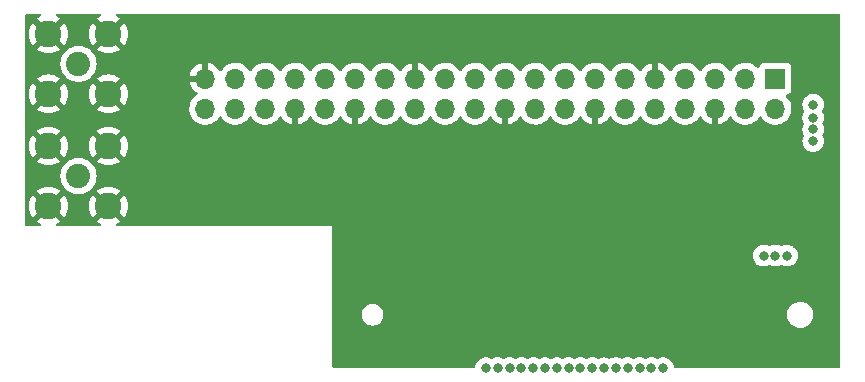
<source format=gbr>
G04 #@! TF.GenerationSoftware,KiCad,Pcbnew,6.0.7-1.fc35*
G04 #@! TF.CreationDate,2022-09-05T19:08:22-05:00*
G04 #@! TF.ProjectId,rpi-adapter,7270692d-6164-4617-9074-65722e6b6963,rev?*
G04 #@! TF.SameCoordinates,Original*
G04 #@! TF.FileFunction,Copper,L3,Inr*
G04 #@! TF.FilePolarity,Positive*
%FSLAX46Y46*%
G04 Gerber Fmt 4.6, Leading zero omitted, Abs format (unit mm)*
G04 Created by KiCad (PCBNEW 6.0.7-1.fc35) date 2022-09-05 19:08:22*
%MOMM*%
%LPD*%
G01*
G04 APERTURE LIST*
G04 #@! TA.AperFunction,ComponentPad*
%ADD10C,2.050000*%
G04 #@! TD*
G04 #@! TA.AperFunction,ComponentPad*
%ADD11C,2.250000*%
G04 #@! TD*
G04 #@! TA.AperFunction,ComponentPad*
%ADD12R,1.700000X1.700000*%
G04 #@! TD*
G04 #@! TA.AperFunction,ComponentPad*
%ADD13O,1.700000X1.700000*%
G04 #@! TD*
G04 #@! TA.AperFunction,ViaPad*
%ADD14C,0.800000*%
G04 #@! TD*
G04 APERTURE END LIST*
D10*
G04 #@! TO.N,/PIN_F22 P*
G04 #@! TO.C,J2*
X79500000Y-72250000D03*
D11*
G04 #@! TO.N,GND*
X76960000Y-69710000D03*
X82040000Y-69710000D03*
X76960000Y-74790000D03*
X82040000Y-74790000D03*
G04 #@! TD*
D12*
G04 #@! TO.N,+3.3V*
G04 #@! TO.C,J1*
X138500000Y-73500000D03*
D13*
G04 #@! TO.N,+5V*
X138500000Y-76040000D03*
G04 #@! TO.N,/PIN_L22 P*
X135960000Y-73500000D03*
G04 #@! TO.N,+5V*
X135960000Y-76040000D03*
G04 #@! TO.N,/PIN_L22 N*
X133420000Y-73500000D03*
G04 #@! TO.N,GND*
X133420000Y-76040000D03*
G04 #@! TO.N,/PIN_N19 P*
X130880000Y-73500000D03*
G04 #@! TO.N,/PIN_M24 P*
X130880000Y-76040000D03*
G04 #@! TO.N,GND*
X128340000Y-73500000D03*
G04 #@! TO.N,/PIN_M24 N*
X128340000Y-76040000D03*
G04 #@! TO.N,/PIN_N19 N*
X125800000Y-73500000D03*
G04 #@! TO.N,/PIN_J24 P*
X125800000Y-76040000D03*
G04 #@! TO.N,/PIN_J21 P*
X123260000Y-73500000D03*
G04 #@! TO.N,GND*
X123260000Y-76040000D03*
G04 #@! TO.N,/PIN_J21 N*
X120720000Y-73500000D03*
G04 #@! TO.N,/PIN_J24 N*
X120720000Y-76040000D03*
G04 #@! TO.N,+3.3V*
X118180000Y-73500000D03*
G04 #@! TO.N,/PIN_H21 P*
X118180000Y-76040000D03*
G04 #@! TO.N,/PIN_J26 P*
X115640000Y-73500000D03*
G04 #@! TO.N,GND*
X115640000Y-76040000D03*
G04 #@! TO.N,/PIN_J26 N*
X113100000Y-73500000D03*
G04 #@! TO.N,/PIN_H21 N*
X113100000Y-76040000D03*
G04 #@! TO.N,/PIN_G25 P*
X110560000Y-73500000D03*
G04 #@! TO.N,/PIN_E21 P*
X110560000Y-76040000D03*
G04 #@! TO.N,GND*
X108020000Y-73500000D03*
G04 #@! TO.N,/PIN_E21 N*
X108020000Y-76040000D03*
G04 #@! TO.N,/PIN_G25 N*
X105480000Y-73500000D03*
G04 #@! TO.N,/PIN_G22_P*
X105480000Y-76040000D03*
G04 #@! TO.N,/PIN_F25 P*
X102940000Y-73500000D03*
G04 #@! TO.N,GND*
X102940000Y-76040000D03*
G04 #@! TO.N,/PIN_F25 N*
X100400000Y-73500000D03*
G04 #@! TO.N,/PIN_G22_N*
X100400000Y-76040000D03*
G04 #@! TO.N,/PIN_D26 P*
X97860000Y-73500000D03*
G04 #@! TO.N,GND*
X97860000Y-76040000D03*
G04 #@! TO.N,/PIN_D26 N*
X95320000Y-73500000D03*
G04 #@! TO.N,/PIN_E25 P*
X95320000Y-76040000D03*
G04 #@! TO.N,/PIN_A23 P*
X92780000Y-73500000D03*
G04 #@! TO.N,/PIN_E25 N*
X92780000Y-76040000D03*
G04 #@! TO.N,GND*
X90240000Y-73500000D03*
G04 #@! TO.N,/PIN_D23 P*
X90240000Y-76040000D03*
G04 #@! TD*
D10*
G04 #@! TO.N,/PIN_F22 N*
G04 #@! TO.C,J3*
X79500000Y-81750000D03*
D11*
G04 #@! TO.N,GND*
X82040000Y-79210000D03*
X76960000Y-79210000D03*
X76960000Y-84290000D03*
X82040000Y-84290000D03*
G04 #@! TD*
D14*
G04 #@! TO.N,+3.3V*
X141700000Y-75700000D03*
X141700000Y-76800000D03*
X139500000Y-88500000D03*
X141700000Y-78800000D03*
X137500000Y-88500000D03*
X141700000Y-77800000D03*
X138500000Y-88500000D03*
G04 #@! TO.N,GND*
X115750000Y-93500000D03*
X134000000Y-93500000D03*
X99250000Y-78000000D03*
X90261428Y-78492961D03*
X130250000Y-93500000D03*
X139500000Y-82000000D03*
X125989500Y-78134944D03*
X106750000Y-93500000D03*
X132250000Y-93500000D03*
X135750000Y-93500000D03*
X139500000Y-84500000D03*
X135000000Y-86250000D03*
X118000000Y-77750000D03*
X135000000Y-88250000D03*
X135000000Y-87250000D03*
X121250000Y-93500000D03*
X102250000Y-93500000D03*
X108750000Y-93500000D03*
X111000000Y-93500000D03*
X95250000Y-78250000D03*
X125250000Y-93500000D03*
X104989500Y-78134944D03*
X131750000Y-78250000D03*
X112770500Y-78052524D03*
G04 #@! TO.N,Net-(J5-Pad61)*
X114000000Y-98000000D03*
G04 #@! TO.N,Net-(J5-Pad59)*
X115000000Y-98000000D03*
G04 #@! TO.N,Net-(J5-Pad57)*
X116000000Y-98000000D03*
G04 #@! TO.N,Net-(J5-Pad55)*
X117000000Y-98000000D03*
G04 #@! TO.N,Net-(J5-Pad51)*
X118000000Y-98000000D03*
G04 #@! TO.N,Net-(J5-Pad49)*
X119000000Y-98000000D03*
G04 #@! TO.N,Net-(J5-Pad47)*
X120000000Y-98000000D03*
G04 #@! TO.N,Net-(J5-Pad45)*
X121000000Y-98000000D03*
G04 #@! TO.N,Net-(J5-Pad41)*
X122000000Y-98000000D03*
G04 #@! TO.N,Net-(J5-Pad39)*
X123000000Y-98000000D03*
G04 #@! TO.N,Net-(J5-Pad37)*
X123999317Y-98019245D03*
G04 #@! TO.N,Net-(J5-Pad35)*
X124998289Y-97986691D03*
G04 #@! TO.N,Net-(J5-Pad31)*
X126000000Y-98000000D03*
G04 #@! TO.N,Net-(J5-Pad29)*
X127000000Y-98000000D03*
G04 #@! TO.N,Net-(J5-Pad27)*
X128000000Y-98000000D03*
G04 #@! TO.N,Net-(J5-Pad25)*
X129000000Y-98000000D03*
G04 #@! TD*
G04 #@! TA.AperFunction,Conductor*
G04 #@! TO.N,GND*
G36*
X76255746Y-68020002D02*
G01*
X76302239Y-68073658D01*
X76312343Y-68143932D01*
X76282849Y-68208512D01*
X76235843Y-68242409D01*
X76220915Y-68248592D01*
X76212121Y-68253073D01*
X76006072Y-68379340D01*
X76000810Y-68387401D01*
X76006817Y-68397607D01*
X76947188Y-69337978D01*
X76961132Y-69345592D01*
X76962965Y-69345461D01*
X76969580Y-69341210D01*
X77911724Y-68399066D01*
X77919116Y-68385529D01*
X77915430Y-68380260D01*
X77707879Y-68253073D01*
X77699085Y-68248592D01*
X77684157Y-68242409D01*
X77628876Y-68197861D01*
X77606455Y-68130497D01*
X77624013Y-68061706D01*
X77675975Y-68013328D01*
X77732375Y-68000000D01*
X81267625Y-68000000D01*
X81335746Y-68020002D01*
X81382239Y-68073658D01*
X81392343Y-68143932D01*
X81362849Y-68208512D01*
X81315843Y-68242409D01*
X81300915Y-68248592D01*
X81292121Y-68253073D01*
X81086072Y-68379340D01*
X81080810Y-68387401D01*
X81086817Y-68397607D01*
X82027188Y-69337978D01*
X82041132Y-69345592D01*
X82042965Y-69345461D01*
X82049580Y-69341210D01*
X82991724Y-68399066D01*
X82999116Y-68385529D01*
X82995430Y-68380260D01*
X82787879Y-68253073D01*
X82779085Y-68248592D01*
X82764157Y-68242409D01*
X82708876Y-68197861D01*
X82686455Y-68130497D01*
X82704013Y-68061706D01*
X82755975Y-68013328D01*
X82812375Y-68000000D01*
X143874000Y-68000000D01*
X143942121Y-68020002D01*
X143988614Y-68073658D01*
X144000000Y-68126000D01*
X144000000Y-97874000D01*
X143979998Y-97942121D01*
X143926342Y-97988614D01*
X143874000Y-98000000D01*
X130026955Y-98000000D01*
X129958834Y-97979998D01*
X129912341Y-97926342D01*
X129901645Y-97887170D01*
X129894232Y-97816635D01*
X129894232Y-97816633D01*
X129893542Y-97810072D01*
X129834527Y-97628444D01*
X129739040Y-97463056D01*
X129611253Y-97321134D01*
X129503571Y-97242898D01*
X129462094Y-97212763D01*
X129462093Y-97212762D01*
X129456752Y-97208882D01*
X129450724Y-97206198D01*
X129450722Y-97206197D01*
X129288319Y-97133891D01*
X129288318Y-97133891D01*
X129282288Y-97131206D01*
X129186027Y-97110745D01*
X129101944Y-97092872D01*
X129101939Y-97092872D01*
X129095487Y-97091500D01*
X128904513Y-97091500D01*
X128898061Y-97092872D01*
X128898056Y-97092872D01*
X128813973Y-97110745D01*
X128717712Y-97131206D01*
X128551248Y-97205320D01*
X128480882Y-97214754D01*
X128448753Y-97205320D01*
X128282288Y-97131206D01*
X128186027Y-97110745D01*
X128101944Y-97092872D01*
X128101939Y-97092872D01*
X128095487Y-97091500D01*
X127904513Y-97091500D01*
X127898061Y-97092872D01*
X127898056Y-97092872D01*
X127813973Y-97110745D01*
X127717712Y-97131206D01*
X127551248Y-97205320D01*
X127480882Y-97214754D01*
X127448753Y-97205320D01*
X127282288Y-97131206D01*
X127186027Y-97110745D01*
X127101944Y-97092872D01*
X127101939Y-97092872D01*
X127095487Y-97091500D01*
X126904513Y-97091500D01*
X126898061Y-97092872D01*
X126898056Y-97092872D01*
X126813973Y-97110745D01*
X126717712Y-97131206D01*
X126551248Y-97205320D01*
X126480882Y-97214754D01*
X126448753Y-97205320D01*
X126282288Y-97131206D01*
X126186027Y-97110745D01*
X126101944Y-97092872D01*
X126101939Y-97092872D01*
X126095487Y-97091500D01*
X125904513Y-97091500D01*
X125898061Y-97092872D01*
X125898056Y-97092872D01*
X125813973Y-97110745D01*
X125717712Y-97131206D01*
X125579172Y-97192888D01*
X125564332Y-97199495D01*
X125493965Y-97208929D01*
X125455165Y-97195293D01*
X125455041Y-97195573D01*
X125409616Y-97175348D01*
X125286608Y-97120582D01*
X125286607Y-97120582D01*
X125280577Y-97117897D01*
X125187176Y-97098044D01*
X125100233Y-97079563D01*
X125100228Y-97079563D01*
X125093776Y-97078191D01*
X124902802Y-97078191D01*
X124896350Y-97079563D01*
X124896345Y-97079563D01*
X124809401Y-97098044D01*
X124716001Y-97117897D01*
X124709971Y-97120582D01*
X124709970Y-97120582D01*
X124547567Y-97192888D01*
X124547565Y-97192889D01*
X124541537Y-97195573D01*
X124536196Y-97199454D01*
X124530478Y-97202755D01*
X124529173Y-97200496D01*
X124473305Y-97220449D01*
X124414825Y-97209764D01*
X124281605Y-97150451D01*
X124184610Y-97129834D01*
X124101261Y-97112117D01*
X124101256Y-97112117D01*
X124094804Y-97110745D01*
X123903830Y-97110745D01*
X123897378Y-97112117D01*
X123897373Y-97112117D01*
X123814024Y-97129834D01*
X123717029Y-97150451D01*
X123572602Y-97214754D01*
X123570805Y-97215554D01*
X123500438Y-97224988D01*
X123458756Y-97210338D01*
X123456752Y-97208882D01*
X123450724Y-97206198D01*
X123450722Y-97206197D01*
X123288319Y-97133891D01*
X123288318Y-97133891D01*
X123282288Y-97131206D01*
X123186027Y-97110745D01*
X123101944Y-97092872D01*
X123101939Y-97092872D01*
X123095487Y-97091500D01*
X122904513Y-97091500D01*
X122898061Y-97092872D01*
X122898056Y-97092872D01*
X122813973Y-97110745D01*
X122717712Y-97131206D01*
X122551248Y-97205320D01*
X122480882Y-97214754D01*
X122448753Y-97205320D01*
X122282288Y-97131206D01*
X122186027Y-97110745D01*
X122101944Y-97092872D01*
X122101939Y-97092872D01*
X122095487Y-97091500D01*
X121904513Y-97091500D01*
X121898061Y-97092872D01*
X121898056Y-97092872D01*
X121813973Y-97110745D01*
X121717712Y-97131206D01*
X121551248Y-97205320D01*
X121480882Y-97214754D01*
X121448753Y-97205320D01*
X121282288Y-97131206D01*
X121186027Y-97110745D01*
X121101944Y-97092872D01*
X121101939Y-97092872D01*
X121095487Y-97091500D01*
X120904513Y-97091500D01*
X120898061Y-97092872D01*
X120898056Y-97092872D01*
X120813973Y-97110745D01*
X120717712Y-97131206D01*
X120551248Y-97205320D01*
X120480882Y-97214754D01*
X120448753Y-97205320D01*
X120282288Y-97131206D01*
X120186027Y-97110745D01*
X120101944Y-97092872D01*
X120101939Y-97092872D01*
X120095487Y-97091500D01*
X119904513Y-97091500D01*
X119898061Y-97092872D01*
X119898056Y-97092872D01*
X119813973Y-97110745D01*
X119717712Y-97131206D01*
X119551248Y-97205320D01*
X119480882Y-97214754D01*
X119448753Y-97205320D01*
X119282288Y-97131206D01*
X119186027Y-97110745D01*
X119101944Y-97092872D01*
X119101939Y-97092872D01*
X119095487Y-97091500D01*
X118904513Y-97091500D01*
X118898061Y-97092872D01*
X118898056Y-97092872D01*
X118813973Y-97110745D01*
X118717712Y-97131206D01*
X118551248Y-97205320D01*
X118480882Y-97214754D01*
X118448753Y-97205320D01*
X118282288Y-97131206D01*
X118186027Y-97110745D01*
X118101944Y-97092872D01*
X118101939Y-97092872D01*
X118095487Y-97091500D01*
X117904513Y-97091500D01*
X117898061Y-97092872D01*
X117898056Y-97092872D01*
X117813973Y-97110745D01*
X117717712Y-97131206D01*
X117551248Y-97205320D01*
X117480882Y-97214754D01*
X117448753Y-97205320D01*
X117282288Y-97131206D01*
X117186027Y-97110745D01*
X117101944Y-97092872D01*
X117101939Y-97092872D01*
X117095487Y-97091500D01*
X116904513Y-97091500D01*
X116898061Y-97092872D01*
X116898056Y-97092872D01*
X116813973Y-97110745D01*
X116717712Y-97131206D01*
X116551248Y-97205320D01*
X116480882Y-97214754D01*
X116448753Y-97205320D01*
X116282288Y-97131206D01*
X116186027Y-97110745D01*
X116101944Y-97092872D01*
X116101939Y-97092872D01*
X116095487Y-97091500D01*
X115904513Y-97091500D01*
X115898061Y-97092872D01*
X115898056Y-97092872D01*
X115813973Y-97110745D01*
X115717712Y-97131206D01*
X115551248Y-97205320D01*
X115480882Y-97214754D01*
X115448753Y-97205320D01*
X115282288Y-97131206D01*
X115186027Y-97110745D01*
X115101944Y-97092872D01*
X115101939Y-97092872D01*
X115095487Y-97091500D01*
X114904513Y-97091500D01*
X114898061Y-97092872D01*
X114898056Y-97092872D01*
X114813973Y-97110745D01*
X114717712Y-97131206D01*
X114551248Y-97205320D01*
X114480882Y-97214754D01*
X114448753Y-97205320D01*
X114282288Y-97131206D01*
X114186027Y-97110745D01*
X114101944Y-97092872D01*
X114101939Y-97092872D01*
X114095487Y-97091500D01*
X113904513Y-97091500D01*
X113898061Y-97092872D01*
X113898056Y-97092872D01*
X113813973Y-97110745D01*
X113717712Y-97131206D01*
X113711682Y-97133891D01*
X113711681Y-97133891D01*
X113549278Y-97206197D01*
X113549276Y-97206198D01*
X113543248Y-97208882D01*
X113537907Y-97212762D01*
X113537906Y-97212763D01*
X113496429Y-97242898D01*
X113388747Y-97321134D01*
X113260960Y-97463056D01*
X113165473Y-97628444D01*
X113106458Y-97810072D01*
X113105768Y-97816633D01*
X113105768Y-97816635D01*
X113098355Y-97887170D01*
X113071342Y-97952827D01*
X113013121Y-97993457D01*
X112973045Y-98000000D01*
X101126000Y-98000000D01*
X101057879Y-97979998D01*
X101011386Y-97926342D01*
X101000000Y-97874000D01*
X101000000Y-93595487D01*
X103491500Y-93595487D01*
X103492872Y-93601939D01*
X103492872Y-93601944D01*
X103505792Y-93662725D01*
X103531206Y-93782288D01*
X103533891Y-93788318D01*
X103533891Y-93788319D01*
X103566934Y-93862534D01*
X103608882Y-93956752D01*
X103721134Y-94111253D01*
X103863056Y-94239040D01*
X104028444Y-94334527D01*
X104210072Y-94393542D01*
X104216633Y-94394232D01*
X104216635Y-94394232D01*
X104269889Y-94399829D01*
X104352390Y-94408500D01*
X104447610Y-94408500D01*
X104530111Y-94399829D01*
X104583365Y-94394232D01*
X104583367Y-94394232D01*
X104589928Y-94393542D01*
X104771556Y-94334527D01*
X104936944Y-94239040D01*
X105078866Y-94111253D01*
X105191118Y-93956752D01*
X105233067Y-93862534D01*
X105266109Y-93788319D01*
X105266109Y-93788318D01*
X105268794Y-93782288D01*
X105294208Y-93662725D01*
X105307128Y-93601944D01*
X105307128Y-93601939D01*
X105308500Y-93595487D01*
X105308500Y-93445604D01*
X139487787Y-93445604D01*
X139497567Y-93656899D01*
X139498971Y-93662724D01*
X139498971Y-93662725D01*
X139526230Y-93775831D01*
X139547125Y-93862534D01*
X139549607Y-93867992D01*
X139549608Y-93867996D01*
X139592392Y-93962094D01*
X139634674Y-94055087D01*
X139757054Y-94227611D01*
X139909850Y-94373881D01*
X140087548Y-94488620D01*
X140093114Y-94490863D01*
X140278168Y-94565442D01*
X140278171Y-94565443D01*
X140283737Y-94567686D01*
X140491337Y-94608228D01*
X140496899Y-94608500D01*
X140652846Y-94608500D01*
X140810566Y-94593452D01*
X141013534Y-94533908D01*
X141097111Y-94490863D01*
X141196249Y-94439804D01*
X141196252Y-94439802D01*
X141201580Y-94437058D01*
X141367920Y-94306396D01*
X141371852Y-94301865D01*
X141371855Y-94301862D01*
X141502621Y-94151167D01*
X141506552Y-94146637D01*
X141509552Y-94141451D01*
X141509555Y-94141447D01*
X141609467Y-93968742D01*
X141612473Y-93963546D01*
X141681861Y-93763729D01*
X141706255Y-93595487D01*
X141711352Y-93560336D01*
X141711352Y-93560333D01*
X141712213Y-93554396D01*
X141702433Y-93343101D01*
X141652875Y-93137466D01*
X141610037Y-93043248D01*
X141567806Y-92950368D01*
X141565326Y-92944913D01*
X141442946Y-92772389D01*
X141290150Y-92626119D01*
X141112452Y-92511380D01*
X141052354Y-92487160D01*
X140921832Y-92434558D01*
X140921829Y-92434557D01*
X140916263Y-92432314D01*
X140708663Y-92391772D01*
X140703101Y-92391500D01*
X140547154Y-92391500D01*
X140389434Y-92406548D01*
X140186466Y-92466092D01*
X140181139Y-92468836D01*
X140181138Y-92468836D01*
X140003751Y-92560196D01*
X140003748Y-92560198D01*
X139998420Y-92562942D01*
X139832080Y-92693604D01*
X139828148Y-92698135D01*
X139828145Y-92698138D01*
X139759474Y-92777275D01*
X139693448Y-92853363D01*
X139690448Y-92858549D01*
X139690445Y-92858553D01*
X139643312Y-92940026D01*
X139587527Y-93036454D01*
X139518139Y-93236271D01*
X139517278Y-93242206D01*
X139517278Y-93242208D01*
X139492788Y-93411116D01*
X139487787Y-93445604D01*
X105308500Y-93445604D01*
X105308500Y-93404513D01*
X105295447Y-93343101D01*
X105288647Y-93311112D01*
X105268794Y-93217712D01*
X105266109Y-93211681D01*
X105193803Y-93049278D01*
X105193802Y-93049276D01*
X105191118Y-93043248D01*
X105078866Y-92888747D01*
X104936944Y-92760960D01*
X104771556Y-92665473D01*
X104589928Y-92606458D01*
X104583367Y-92605768D01*
X104583365Y-92605768D01*
X104530111Y-92600171D01*
X104447610Y-92591500D01*
X104352390Y-92591500D01*
X104269889Y-92600171D01*
X104216635Y-92605768D01*
X104216633Y-92605768D01*
X104210072Y-92606458D01*
X104028444Y-92665473D01*
X103863056Y-92760960D01*
X103721134Y-92888747D01*
X103608882Y-93043248D01*
X103606198Y-93049276D01*
X103606197Y-93049278D01*
X103533891Y-93211681D01*
X103531206Y-93217712D01*
X103511353Y-93311112D01*
X103504554Y-93343101D01*
X103491500Y-93404513D01*
X103491500Y-93595487D01*
X101000000Y-93595487D01*
X101000000Y-88500000D01*
X136586496Y-88500000D01*
X136606458Y-88689928D01*
X136665473Y-88871556D01*
X136760960Y-89036944D01*
X136888747Y-89178866D01*
X136987843Y-89250864D01*
X137000000Y-89259696D01*
X137043248Y-89291118D01*
X137049276Y-89293802D01*
X137049278Y-89293803D01*
X137051248Y-89294680D01*
X137217712Y-89368794D01*
X137311112Y-89388647D01*
X137398056Y-89407128D01*
X137398061Y-89407128D01*
X137404513Y-89408500D01*
X137595487Y-89408500D01*
X137601939Y-89407128D01*
X137601944Y-89407128D01*
X137688888Y-89388647D01*
X137782288Y-89368794D01*
X137948752Y-89294680D01*
X138019118Y-89285246D01*
X138051247Y-89294680D01*
X138217712Y-89368794D01*
X138311112Y-89388647D01*
X138398056Y-89407128D01*
X138398061Y-89407128D01*
X138404513Y-89408500D01*
X138595487Y-89408500D01*
X138601939Y-89407128D01*
X138601944Y-89407128D01*
X138688888Y-89388647D01*
X138782288Y-89368794D01*
X138948752Y-89294680D01*
X139019118Y-89285246D01*
X139051247Y-89294680D01*
X139217712Y-89368794D01*
X139311112Y-89388647D01*
X139398056Y-89407128D01*
X139398061Y-89407128D01*
X139404513Y-89408500D01*
X139595487Y-89408500D01*
X139601939Y-89407128D01*
X139601944Y-89407128D01*
X139688888Y-89388647D01*
X139782288Y-89368794D01*
X139948752Y-89294680D01*
X139950722Y-89293803D01*
X139950724Y-89293802D01*
X139956752Y-89291118D01*
X140000001Y-89259696D01*
X140012157Y-89250864D01*
X140111253Y-89178866D01*
X140239040Y-89036944D01*
X140334527Y-88871556D01*
X140393542Y-88689928D01*
X140413504Y-88500000D01*
X140393542Y-88310072D01*
X140334527Y-88128444D01*
X140239040Y-87963056D01*
X140111253Y-87821134D01*
X140006836Y-87745270D01*
X139962094Y-87712763D01*
X139962093Y-87712762D01*
X139956752Y-87708882D01*
X139950724Y-87706198D01*
X139950722Y-87706197D01*
X139788319Y-87633891D01*
X139788318Y-87633891D01*
X139782288Y-87631206D01*
X139688887Y-87611353D01*
X139601944Y-87592872D01*
X139601939Y-87592872D01*
X139595487Y-87591500D01*
X139404513Y-87591500D01*
X139398061Y-87592872D01*
X139398056Y-87592872D01*
X139311112Y-87611353D01*
X139217712Y-87631206D01*
X139051248Y-87705320D01*
X138980882Y-87714754D01*
X138948753Y-87705320D01*
X138782288Y-87631206D01*
X138688887Y-87611353D01*
X138601944Y-87592872D01*
X138601939Y-87592872D01*
X138595487Y-87591500D01*
X138404513Y-87591500D01*
X138398061Y-87592872D01*
X138398056Y-87592872D01*
X138311112Y-87611353D01*
X138217712Y-87631206D01*
X138051248Y-87705320D01*
X137980882Y-87714754D01*
X137948753Y-87705320D01*
X137782288Y-87631206D01*
X137688887Y-87611353D01*
X137601944Y-87592872D01*
X137601939Y-87592872D01*
X137595487Y-87591500D01*
X137404513Y-87591500D01*
X137398061Y-87592872D01*
X137398056Y-87592872D01*
X137311112Y-87611353D01*
X137217712Y-87631206D01*
X137211682Y-87633891D01*
X137211681Y-87633891D01*
X137049278Y-87706197D01*
X137049276Y-87706198D01*
X137043248Y-87708882D01*
X137037907Y-87712762D01*
X137037906Y-87712763D01*
X136993164Y-87745270D01*
X136888747Y-87821134D01*
X136760960Y-87963056D01*
X136665473Y-88128444D01*
X136606458Y-88310072D01*
X136586496Y-88500000D01*
X101000000Y-88500000D01*
X101000000Y-86000000D01*
X82812375Y-86000000D01*
X82744254Y-85979998D01*
X82697761Y-85926342D01*
X82687657Y-85856068D01*
X82717151Y-85791488D01*
X82764157Y-85757591D01*
X82779085Y-85751408D01*
X82787879Y-85746927D01*
X82993928Y-85620660D01*
X82999190Y-85612599D01*
X82993183Y-85602393D01*
X82052812Y-84662022D01*
X82038868Y-84654408D01*
X82037035Y-84654539D01*
X82030420Y-84658790D01*
X81088276Y-85600934D01*
X81080884Y-85614471D01*
X81084570Y-85619740D01*
X81292121Y-85746927D01*
X81300915Y-85751408D01*
X81315843Y-85757591D01*
X81371124Y-85802139D01*
X81393545Y-85869503D01*
X81375987Y-85938294D01*
X81324025Y-85986672D01*
X81267625Y-86000000D01*
X77732375Y-86000000D01*
X77664254Y-85979998D01*
X77617761Y-85926342D01*
X77607657Y-85856068D01*
X77637151Y-85791488D01*
X77684157Y-85757591D01*
X77699085Y-85751408D01*
X77707879Y-85746927D01*
X77913928Y-85620660D01*
X77919190Y-85612599D01*
X77913183Y-85602393D01*
X76972812Y-84662022D01*
X76958868Y-84654408D01*
X76957035Y-84654539D01*
X76950420Y-84658790D01*
X76008276Y-85600934D01*
X76000884Y-85614471D01*
X76004570Y-85619740D01*
X76212121Y-85746927D01*
X76220915Y-85751408D01*
X76235843Y-85757591D01*
X76291124Y-85802139D01*
X76313545Y-85869503D01*
X76295987Y-85938294D01*
X76244025Y-85986672D01*
X76187625Y-86000000D01*
X75126000Y-86000000D01*
X75057879Y-85979998D01*
X75011386Y-85926342D01*
X75000000Y-85874000D01*
X75000000Y-84294930D01*
X75322338Y-84294930D01*
X75341729Y-84541313D01*
X75343272Y-84551060D01*
X75400967Y-84791373D01*
X75404016Y-84800758D01*
X75498592Y-85029085D01*
X75503073Y-85037879D01*
X75629340Y-85243928D01*
X75637401Y-85249190D01*
X75647607Y-85243183D01*
X76587978Y-84302812D01*
X76594356Y-84291132D01*
X77324408Y-84291132D01*
X77324539Y-84292965D01*
X77328790Y-84299580D01*
X78270934Y-85241724D01*
X78284471Y-85249116D01*
X78289740Y-85245430D01*
X78416927Y-85037879D01*
X78421408Y-85029085D01*
X78515984Y-84800758D01*
X78519033Y-84791373D01*
X78576728Y-84551060D01*
X78578271Y-84541313D01*
X78597662Y-84294930D01*
X80402338Y-84294930D01*
X80421729Y-84541313D01*
X80423272Y-84551060D01*
X80480967Y-84791373D01*
X80484016Y-84800758D01*
X80578592Y-85029085D01*
X80583073Y-85037879D01*
X80709340Y-85243928D01*
X80717401Y-85249190D01*
X80727607Y-85243183D01*
X81667978Y-84302812D01*
X81674356Y-84291132D01*
X82404408Y-84291132D01*
X82404539Y-84292965D01*
X82408790Y-84299580D01*
X83350934Y-85241724D01*
X83364471Y-85249116D01*
X83369740Y-85245430D01*
X83496927Y-85037879D01*
X83501408Y-85029085D01*
X83595984Y-84800758D01*
X83599033Y-84791373D01*
X83656728Y-84551060D01*
X83658271Y-84541313D01*
X83677662Y-84294930D01*
X83677662Y-84285070D01*
X83658271Y-84038687D01*
X83656728Y-84028940D01*
X83599033Y-83788627D01*
X83595984Y-83779242D01*
X83501408Y-83550915D01*
X83496927Y-83542121D01*
X83370660Y-83336072D01*
X83362599Y-83330810D01*
X83352393Y-83336817D01*
X82412022Y-84277188D01*
X82404408Y-84291132D01*
X81674356Y-84291132D01*
X81675592Y-84288868D01*
X81675461Y-84287035D01*
X81671210Y-84280420D01*
X80729066Y-83338276D01*
X80715529Y-83330884D01*
X80710260Y-83334570D01*
X80583073Y-83542121D01*
X80578592Y-83550915D01*
X80484016Y-83779242D01*
X80480967Y-83788627D01*
X80423272Y-84028940D01*
X80421729Y-84038687D01*
X80402338Y-84285070D01*
X80402338Y-84294930D01*
X78597662Y-84294930D01*
X78597662Y-84285070D01*
X78578271Y-84038687D01*
X78576728Y-84028940D01*
X78519033Y-83788627D01*
X78515984Y-83779242D01*
X78421408Y-83550915D01*
X78416927Y-83542121D01*
X78290660Y-83336072D01*
X78282599Y-83330810D01*
X78272393Y-83336817D01*
X77332022Y-84277188D01*
X77324408Y-84291132D01*
X76594356Y-84291132D01*
X76595592Y-84288868D01*
X76595461Y-84287035D01*
X76591210Y-84280420D01*
X75649066Y-83338276D01*
X75635529Y-83330884D01*
X75630260Y-83334570D01*
X75503073Y-83542121D01*
X75498592Y-83550915D01*
X75404016Y-83779242D01*
X75400967Y-83788627D01*
X75343272Y-84028940D01*
X75341729Y-84038687D01*
X75322338Y-84285070D01*
X75322338Y-84294930D01*
X75000000Y-84294930D01*
X75000000Y-82967401D01*
X76000810Y-82967401D01*
X76006817Y-82977607D01*
X76947188Y-83917978D01*
X76961132Y-83925592D01*
X76962965Y-83925461D01*
X76969580Y-83921210D01*
X77911724Y-82979066D01*
X77919116Y-82965529D01*
X77915430Y-82960260D01*
X77707879Y-82833073D01*
X77699085Y-82828592D01*
X77470758Y-82734016D01*
X77461373Y-82730967D01*
X77221060Y-82673272D01*
X77211313Y-82671729D01*
X76964930Y-82652338D01*
X76955070Y-82652338D01*
X76708687Y-82671729D01*
X76698940Y-82673272D01*
X76458627Y-82730967D01*
X76449242Y-82734016D01*
X76220915Y-82828592D01*
X76212121Y-82833073D01*
X76006072Y-82959340D01*
X76000810Y-82967401D01*
X75000000Y-82967401D01*
X75000000Y-81750000D01*
X77961758Y-81750000D01*
X77980696Y-81990634D01*
X77981850Y-81995441D01*
X77981851Y-81995447D01*
X78017267Y-82142961D01*
X78037045Y-82225343D01*
X78129416Y-82448347D01*
X78255536Y-82654156D01*
X78412299Y-82837701D01*
X78595844Y-82994464D01*
X78801653Y-83120584D01*
X78806223Y-83122477D01*
X78806227Y-83122479D01*
X79020084Y-83211061D01*
X79024657Y-83212955D01*
X79107039Y-83232733D01*
X79254553Y-83268149D01*
X79254559Y-83268150D01*
X79259366Y-83269304D01*
X79500000Y-83288242D01*
X79740634Y-83269304D01*
X79745441Y-83268150D01*
X79745447Y-83268149D01*
X79892961Y-83232733D01*
X79975343Y-83212955D01*
X79979916Y-83211061D01*
X80193773Y-83122479D01*
X80193777Y-83122477D01*
X80198347Y-83120584D01*
X80404156Y-82994464D01*
X80435843Y-82967401D01*
X81080810Y-82967401D01*
X81086817Y-82977607D01*
X82027188Y-83917978D01*
X82041132Y-83925592D01*
X82042965Y-83925461D01*
X82049580Y-83921210D01*
X82991724Y-82979066D01*
X82999116Y-82965529D01*
X82995430Y-82960260D01*
X82787879Y-82833073D01*
X82779085Y-82828592D01*
X82550758Y-82734016D01*
X82541373Y-82730967D01*
X82301060Y-82673272D01*
X82291313Y-82671729D01*
X82044930Y-82652338D01*
X82035070Y-82652338D01*
X81788687Y-82671729D01*
X81778940Y-82673272D01*
X81538627Y-82730967D01*
X81529242Y-82734016D01*
X81300915Y-82828592D01*
X81292121Y-82833073D01*
X81086072Y-82959340D01*
X81080810Y-82967401D01*
X80435843Y-82967401D01*
X80587701Y-82837701D01*
X80744464Y-82654156D01*
X80870584Y-82448347D01*
X80962955Y-82225343D01*
X80982733Y-82142961D01*
X81018149Y-81995447D01*
X81018150Y-81995441D01*
X81019304Y-81990634D01*
X81038242Y-81750000D01*
X81019304Y-81509366D01*
X81018150Y-81504559D01*
X81018149Y-81504553D01*
X80964110Y-81279469D01*
X80962955Y-81274657D01*
X80870584Y-81051653D01*
X80744464Y-80845844D01*
X80587701Y-80662299D01*
X80438034Y-80534471D01*
X81080884Y-80534471D01*
X81084570Y-80539740D01*
X81292121Y-80666927D01*
X81300915Y-80671408D01*
X81529242Y-80765984D01*
X81538627Y-80769033D01*
X81778940Y-80826728D01*
X81788687Y-80828271D01*
X82035070Y-80847662D01*
X82044930Y-80847662D01*
X82291313Y-80828271D01*
X82301060Y-80826728D01*
X82541373Y-80769033D01*
X82550758Y-80765984D01*
X82779085Y-80671408D01*
X82787879Y-80666927D01*
X82993928Y-80540660D01*
X82999190Y-80532599D01*
X82993183Y-80522393D01*
X82052812Y-79582022D01*
X82038868Y-79574408D01*
X82037035Y-79574539D01*
X82030420Y-79578790D01*
X81088276Y-80520934D01*
X81080884Y-80534471D01*
X80438034Y-80534471D01*
X80404156Y-80505536D01*
X80198347Y-80379416D01*
X80193777Y-80377523D01*
X80193773Y-80377521D01*
X79979916Y-80288939D01*
X79979914Y-80288938D01*
X79975343Y-80287045D01*
X79892961Y-80267267D01*
X79745447Y-80231851D01*
X79745441Y-80231850D01*
X79740634Y-80230696D01*
X79500000Y-80211758D01*
X79259366Y-80230696D01*
X79254559Y-80231850D01*
X79254553Y-80231851D01*
X79107039Y-80267267D01*
X79024657Y-80287045D01*
X79020086Y-80288938D01*
X79020084Y-80288939D01*
X78806227Y-80377521D01*
X78806223Y-80377523D01*
X78801653Y-80379416D01*
X78595844Y-80505536D01*
X78412299Y-80662299D01*
X78255536Y-80845844D01*
X78129416Y-81051653D01*
X78037045Y-81274657D01*
X78035890Y-81279469D01*
X77981851Y-81504553D01*
X77981850Y-81504559D01*
X77980696Y-81509366D01*
X77961758Y-81750000D01*
X75000000Y-81750000D01*
X75000000Y-80534471D01*
X76000884Y-80534471D01*
X76004570Y-80539740D01*
X76212121Y-80666927D01*
X76220915Y-80671408D01*
X76449242Y-80765984D01*
X76458627Y-80769033D01*
X76698940Y-80826728D01*
X76708687Y-80828271D01*
X76955070Y-80847662D01*
X76964930Y-80847662D01*
X77211313Y-80828271D01*
X77221060Y-80826728D01*
X77461373Y-80769033D01*
X77470758Y-80765984D01*
X77699085Y-80671408D01*
X77707879Y-80666927D01*
X77913928Y-80540660D01*
X77919190Y-80532599D01*
X77913183Y-80522393D01*
X76972812Y-79582022D01*
X76958868Y-79574408D01*
X76957035Y-79574539D01*
X76950420Y-79578790D01*
X76008276Y-80520934D01*
X76000884Y-80534471D01*
X75000000Y-80534471D01*
X75000000Y-79214930D01*
X75322338Y-79214930D01*
X75341729Y-79461313D01*
X75343272Y-79471060D01*
X75400967Y-79711373D01*
X75404016Y-79720758D01*
X75498592Y-79949085D01*
X75503073Y-79957879D01*
X75629340Y-80163928D01*
X75637401Y-80169190D01*
X75647607Y-80163183D01*
X76587978Y-79222812D01*
X76594356Y-79211132D01*
X77324408Y-79211132D01*
X77324539Y-79212965D01*
X77328790Y-79219580D01*
X78270934Y-80161724D01*
X78284471Y-80169116D01*
X78289740Y-80165430D01*
X78416927Y-79957879D01*
X78421408Y-79949085D01*
X78515984Y-79720758D01*
X78519033Y-79711373D01*
X78576728Y-79471060D01*
X78578271Y-79461313D01*
X78597662Y-79214930D01*
X80402338Y-79214930D01*
X80421729Y-79461313D01*
X80423272Y-79471060D01*
X80480967Y-79711373D01*
X80484016Y-79720758D01*
X80578592Y-79949085D01*
X80583073Y-79957879D01*
X80709340Y-80163928D01*
X80717401Y-80169190D01*
X80727607Y-80163183D01*
X81667978Y-79222812D01*
X81674356Y-79211132D01*
X82404408Y-79211132D01*
X82404539Y-79212965D01*
X82408790Y-79219580D01*
X83350934Y-80161724D01*
X83364471Y-80169116D01*
X83369740Y-80165430D01*
X83496927Y-79957879D01*
X83501408Y-79949085D01*
X83595984Y-79720758D01*
X83599033Y-79711373D01*
X83656728Y-79471060D01*
X83658271Y-79461313D01*
X83677662Y-79214930D01*
X83677662Y-79205070D01*
X83658271Y-78958687D01*
X83656728Y-78948940D01*
X83620970Y-78800000D01*
X140786496Y-78800000D01*
X140806458Y-78989928D01*
X140865473Y-79171556D01*
X140868776Y-79177278D01*
X140868777Y-79177279D01*
X140890515Y-79214930D01*
X140960960Y-79336944D01*
X141088747Y-79478866D01*
X141243248Y-79591118D01*
X141249276Y-79593802D01*
X141249278Y-79593803D01*
X141411681Y-79666109D01*
X141417712Y-79668794D01*
X141511112Y-79688647D01*
X141598056Y-79707128D01*
X141598061Y-79707128D01*
X141604513Y-79708500D01*
X141795487Y-79708500D01*
X141801939Y-79707128D01*
X141801944Y-79707128D01*
X141888888Y-79688647D01*
X141982288Y-79668794D01*
X141988319Y-79666109D01*
X142150722Y-79593803D01*
X142150724Y-79593802D01*
X142156752Y-79591118D01*
X142311253Y-79478866D01*
X142439040Y-79336944D01*
X142509485Y-79214930D01*
X142531223Y-79177279D01*
X142531224Y-79177278D01*
X142534527Y-79171556D01*
X142593542Y-78989928D01*
X142613504Y-78800000D01*
X142612814Y-78793435D01*
X142594232Y-78616635D01*
X142594232Y-78616633D01*
X142593542Y-78610072D01*
X142534527Y-78428444D01*
X142496743Y-78363000D01*
X142480005Y-78294005D01*
X142496743Y-78237000D01*
X142531223Y-78177279D01*
X142531224Y-78177278D01*
X142534527Y-78171556D01*
X142593542Y-77989928D01*
X142605069Y-77880260D01*
X142612814Y-77806565D01*
X142613504Y-77800000D01*
X142593542Y-77610072D01*
X142534527Y-77428444D01*
X142514501Y-77393757D01*
X142496743Y-77363000D01*
X142480005Y-77294005D01*
X142496743Y-77237000D01*
X142531223Y-77177279D01*
X142531224Y-77177278D01*
X142534527Y-77171556D01*
X142593542Y-76989928D01*
X142601001Y-76918965D01*
X142612814Y-76806565D01*
X142613504Y-76800000D01*
X142593542Y-76610072D01*
X142534527Y-76428444D01*
X142467875Y-76312999D01*
X142451137Y-76244005D01*
X142467875Y-76187000D01*
X142531223Y-76077279D01*
X142531224Y-76077278D01*
X142534527Y-76071556D01*
X142593542Y-75889928D01*
X142596724Y-75859658D01*
X142612814Y-75706565D01*
X142613504Y-75700000D01*
X142603595Y-75605720D01*
X142594232Y-75516635D01*
X142594232Y-75516633D01*
X142593542Y-75510072D01*
X142534527Y-75328444D01*
X142518543Y-75300758D01*
X142497314Y-75263990D01*
X142439040Y-75163056D01*
X142338199Y-75051060D01*
X142315675Y-75026045D01*
X142315674Y-75026044D01*
X142311253Y-75021134D01*
X142156752Y-74908882D01*
X142150724Y-74906198D01*
X142150722Y-74906197D01*
X141988319Y-74833891D01*
X141988318Y-74833891D01*
X141982288Y-74831206D01*
X141877959Y-74809030D01*
X141801944Y-74792872D01*
X141801939Y-74792872D01*
X141795487Y-74791500D01*
X141604513Y-74791500D01*
X141598061Y-74792872D01*
X141598056Y-74792872D01*
X141522041Y-74809030D01*
X141417712Y-74831206D01*
X141411682Y-74833891D01*
X141411681Y-74833891D01*
X141249278Y-74906197D01*
X141249276Y-74906198D01*
X141243248Y-74908882D01*
X141088747Y-75021134D01*
X141084326Y-75026044D01*
X141084325Y-75026045D01*
X141061802Y-75051060D01*
X140960960Y-75163056D01*
X140902686Y-75263990D01*
X140881458Y-75300758D01*
X140865473Y-75328444D01*
X140806458Y-75510072D01*
X140805768Y-75516633D01*
X140805768Y-75516635D01*
X140796405Y-75605720D01*
X140786496Y-75700000D01*
X140787186Y-75706565D01*
X140803277Y-75859658D01*
X140806458Y-75889928D01*
X140865473Y-76071556D01*
X140868776Y-76077278D01*
X140868777Y-76077279D01*
X140932125Y-76187000D01*
X140948863Y-76255995D01*
X140932125Y-76312999D01*
X140865473Y-76428444D01*
X140806458Y-76610072D01*
X140786496Y-76800000D01*
X140787186Y-76806565D01*
X140799000Y-76918965D01*
X140806458Y-76989928D01*
X140865473Y-77171556D01*
X140868776Y-77177278D01*
X140868777Y-77177279D01*
X140903257Y-77237000D01*
X140919995Y-77305995D01*
X140903257Y-77363000D01*
X140885500Y-77393757D01*
X140865473Y-77428444D01*
X140806458Y-77610072D01*
X140786496Y-77800000D01*
X140787186Y-77806565D01*
X140794932Y-77880260D01*
X140806458Y-77989928D01*
X140865473Y-78171556D01*
X140868776Y-78177278D01*
X140868777Y-78177279D01*
X140903257Y-78237000D01*
X140919995Y-78305995D01*
X140903257Y-78363000D01*
X140865473Y-78428444D01*
X140806458Y-78610072D01*
X140805768Y-78616633D01*
X140805768Y-78616635D01*
X140787186Y-78793435D01*
X140786496Y-78800000D01*
X83620970Y-78800000D01*
X83599033Y-78708627D01*
X83595984Y-78699242D01*
X83501408Y-78470915D01*
X83496927Y-78462121D01*
X83370660Y-78256072D01*
X83362599Y-78250810D01*
X83352393Y-78256817D01*
X82412022Y-79197188D01*
X82404408Y-79211132D01*
X81674356Y-79211132D01*
X81675592Y-79208868D01*
X81675461Y-79207035D01*
X81671210Y-79200420D01*
X80729066Y-78258276D01*
X80715529Y-78250884D01*
X80710260Y-78254570D01*
X80583073Y-78462121D01*
X80578592Y-78470915D01*
X80484016Y-78699242D01*
X80480967Y-78708627D01*
X80423272Y-78948940D01*
X80421729Y-78958687D01*
X80402338Y-79205070D01*
X80402338Y-79214930D01*
X78597662Y-79214930D01*
X78597662Y-79205070D01*
X78578271Y-78958687D01*
X78576728Y-78948940D01*
X78519033Y-78708627D01*
X78515984Y-78699242D01*
X78421408Y-78470915D01*
X78416927Y-78462121D01*
X78290660Y-78256072D01*
X78282599Y-78250810D01*
X78272393Y-78256817D01*
X77332022Y-79197188D01*
X77324408Y-79211132D01*
X76594356Y-79211132D01*
X76595592Y-79208868D01*
X76595461Y-79207035D01*
X76591210Y-79200420D01*
X75649066Y-78258276D01*
X75635529Y-78250884D01*
X75630260Y-78254570D01*
X75503073Y-78462121D01*
X75498592Y-78470915D01*
X75404016Y-78699242D01*
X75400967Y-78708627D01*
X75343272Y-78948940D01*
X75341729Y-78958687D01*
X75322338Y-79205070D01*
X75322338Y-79214930D01*
X75000000Y-79214930D01*
X75000000Y-77887401D01*
X76000810Y-77887401D01*
X76006817Y-77897607D01*
X76947188Y-78837978D01*
X76961132Y-78845592D01*
X76962965Y-78845461D01*
X76969580Y-78841210D01*
X77911724Y-77899066D01*
X77918094Y-77887401D01*
X81080810Y-77887401D01*
X81086817Y-77897607D01*
X82027188Y-78837978D01*
X82041132Y-78845592D01*
X82042965Y-78845461D01*
X82049580Y-78841210D01*
X82991724Y-77899066D01*
X82999116Y-77885529D01*
X82995430Y-77880260D01*
X82787879Y-77753073D01*
X82779085Y-77748592D01*
X82550758Y-77654016D01*
X82541373Y-77650967D01*
X82301060Y-77593272D01*
X82291313Y-77591729D01*
X82044930Y-77572338D01*
X82035070Y-77572338D01*
X81788687Y-77591729D01*
X81778940Y-77593272D01*
X81538627Y-77650967D01*
X81529242Y-77654016D01*
X81300915Y-77748592D01*
X81292121Y-77753073D01*
X81086072Y-77879340D01*
X81080810Y-77887401D01*
X77918094Y-77887401D01*
X77919116Y-77885529D01*
X77915430Y-77880260D01*
X77707879Y-77753073D01*
X77699085Y-77748592D01*
X77470758Y-77654016D01*
X77461373Y-77650967D01*
X77221060Y-77593272D01*
X77211313Y-77591729D01*
X76964930Y-77572338D01*
X76955070Y-77572338D01*
X76708687Y-77591729D01*
X76698940Y-77593272D01*
X76458627Y-77650967D01*
X76449242Y-77654016D01*
X76220915Y-77748592D01*
X76212121Y-77753073D01*
X76006072Y-77879340D01*
X76000810Y-77887401D01*
X75000000Y-77887401D01*
X75000000Y-76114471D01*
X76000884Y-76114471D01*
X76004570Y-76119740D01*
X76212121Y-76246927D01*
X76220915Y-76251408D01*
X76449242Y-76345984D01*
X76458627Y-76349033D01*
X76698940Y-76406728D01*
X76708687Y-76408271D01*
X76955070Y-76427662D01*
X76964930Y-76427662D01*
X77211313Y-76408271D01*
X77221060Y-76406728D01*
X77461373Y-76349033D01*
X77470758Y-76345984D01*
X77699085Y-76251408D01*
X77707879Y-76246927D01*
X77913928Y-76120660D01*
X77917968Y-76114471D01*
X81080884Y-76114471D01*
X81084570Y-76119740D01*
X81292121Y-76246927D01*
X81300915Y-76251408D01*
X81529242Y-76345984D01*
X81538627Y-76349033D01*
X81778940Y-76406728D01*
X81788687Y-76408271D01*
X82035070Y-76427662D01*
X82044930Y-76427662D01*
X82291313Y-76408271D01*
X82301060Y-76406728D01*
X82541373Y-76349033D01*
X82550758Y-76345984D01*
X82779085Y-76251408D01*
X82787879Y-76246927D01*
X82993928Y-76120660D01*
X82999190Y-76112599D01*
X82993183Y-76102393D01*
X82897485Y-76006695D01*
X88877251Y-76006695D01*
X88877548Y-76011848D01*
X88877548Y-76011851D01*
X88883011Y-76106590D01*
X88890110Y-76229715D01*
X88891247Y-76234761D01*
X88891248Y-76234767D01*
X88908879Y-76313000D01*
X88939222Y-76447639D01*
X89023266Y-76654616D01*
X89074019Y-76737438D01*
X89137291Y-76840688D01*
X89139987Y-76845088D01*
X89286250Y-77013938D01*
X89458126Y-77156632D01*
X89651000Y-77269338D01*
X89859692Y-77349030D01*
X89864760Y-77350061D01*
X89864763Y-77350062D01*
X89928356Y-77363000D01*
X90078597Y-77393567D01*
X90083772Y-77393757D01*
X90083774Y-77393757D01*
X90296673Y-77401564D01*
X90296677Y-77401564D01*
X90301837Y-77401753D01*
X90306957Y-77401097D01*
X90306959Y-77401097D01*
X90518288Y-77374025D01*
X90518289Y-77374025D01*
X90523416Y-77373368D01*
X90528366Y-77371883D01*
X90732429Y-77310661D01*
X90732434Y-77310659D01*
X90737384Y-77309174D01*
X90937994Y-77210896D01*
X91119860Y-77081173D01*
X91278096Y-76923489D01*
X91337594Y-76840689D01*
X91408453Y-76742077D01*
X91409776Y-76743028D01*
X91456645Y-76699857D01*
X91526580Y-76687625D01*
X91592026Y-76715144D01*
X91619875Y-76746994D01*
X91679987Y-76845088D01*
X91826250Y-77013938D01*
X91998126Y-77156632D01*
X92191000Y-77269338D01*
X92399692Y-77349030D01*
X92404760Y-77350061D01*
X92404763Y-77350062D01*
X92468356Y-77363000D01*
X92618597Y-77393567D01*
X92623772Y-77393757D01*
X92623774Y-77393757D01*
X92836673Y-77401564D01*
X92836677Y-77401564D01*
X92841837Y-77401753D01*
X92846957Y-77401097D01*
X92846959Y-77401097D01*
X93058288Y-77374025D01*
X93058289Y-77374025D01*
X93063416Y-77373368D01*
X93068366Y-77371883D01*
X93272429Y-77310661D01*
X93272434Y-77310659D01*
X93277384Y-77309174D01*
X93477994Y-77210896D01*
X93659860Y-77081173D01*
X93818096Y-76923489D01*
X93877594Y-76840689D01*
X93948453Y-76742077D01*
X93949776Y-76743028D01*
X93996645Y-76699857D01*
X94066580Y-76687625D01*
X94132026Y-76715144D01*
X94159875Y-76746994D01*
X94219987Y-76845088D01*
X94366250Y-77013938D01*
X94538126Y-77156632D01*
X94731000Y-77269338D01*
X94939692Y-77349030D01*
X94944760Y-77350061D01*
X94944763Y-77350062D01*
X95008356Y-77363000D01*
X95158597Y-77393567D01*
X95163772Y-77393757D01*
X95163774Y-77393757D01*
X95376673Y-77401564D01*
X95376677Y-77401564D01*
X95381837Y-77401753D01*
X95386957Y-77401097D01*
X95386959Y-77401097D01*
X95598288Y-77374025D01*
X95598289Y-77374025D01*
X95603416Y-77373368D01*
X95608366Y-77371883D01*
X95812429Y-77310661D01*
X95812434Y-77310659D01*
X95817384Y-77309174D01*
X96017994Y-77210896D01*
X96199860Y-77081173D01*
X96358096Y-76923489D01*
X96417594Y-76840689D01*
X96488453Y-76742077D01*
X96489640Y-76742930D01*
X96536960Y-76699362D01*
X96606897Y-76687145D01*
X96672338Y-76714678D01*
X96700166Y-76746511D01*
X96757694Y-76840388D01*
X96763777Y-76848699D01*
X96903213Y-77009667D01*
X96910580Y-77016883D01*
X97074434Y-77152916D01*
X97082881Y-77158831D01*
X97266756Y-77266279D01*
X97276042Y-77270729D01*
X97475001Y-77346703D01*
X97484899Y-77349579D01*
X97588250Y-77370606D01*
X97602299Y-77369410D01*
X97606000Y-77359065D01*
X97606000Y-75912000D01*
X97626002Y-75843879D01*
X97679658Y-75797386D01*
X97732000Y-75786000D01*
X97988000Y-75786000D01*
X98056121Y-75806002D01*
X98102614Y-75859658D01*
X98114000Y-75912000D01*
X98114000Y-77358517D01*
X98118064Y-77372359D01*
X98131478Y-77374393D01*
X98138184Y-77373534D01*
X98148262Y-77371392D01*
X98352255Y-77310191D01*
X98361842Y-77306433D01*
X98553095Y-77212739D01*
X98561945Y-77207464D01*
X98735328Y-77083792D01*
X98743200Y-77077139D01*
X98894052Y-76926812D01*
X98900730Y-76918965D01*
X99028022Y-76741819D01*
X99029279Y-76742722D01*
X99076373Y-76699362D01*
X99146311Y-76687145D01*
X99211751Y-76714678D01*
X99239579Y-76746511D01*
X99299987Y-76845088D01*
X99446250Y-77013938D01*
X99618126Y-77156632D01*
X99811000Y-77269338D01*
X100019692Y-77349030D01*
X100024760Y-77350061D01*
X100024763Y-77350062D01*
X100088356Y-77363000D01*
X100238597Y-77393567D01*
X100243772Y-77393757D01*
X100243774Y-77393757D01*
X100456673Y-77401564D01*
X100456677Y-77401564D01*
X100461837Y-77401753D01*
X100466957Y-77401097D01*
X100466959Y-77401097D01*
X100678288Y-77374025D01*
X100678289Y-77374025D01*
X100683416Y-77373368D01*
X100688366Y-77371883D01*
X100892429Y-77310661D01*
X100892434Y-77310659D01*
X100897384Y-77309174D01*
X101097994Y-77210896D01*
X101279860Y-77081173D01*
X101438096Y-76923489D01*
X101497594Y-76840689D01*
X101568453Y-76742077D01*
X101569640Y-76742930D01*
X101616960Y-76699362D01*
X101686897Y-76687145D01*
X101752338Y-76714678D01*
X101780166Y-76746511D01*
X101837694Y-76840388D01*
X101843777Y-76848699D01*
X101983213Y-77009667D01*
X101990580Y-77016883D01*
X102154434Y-77152916D01*
X102162881Y-77158831D01*
X102346756Y-77266279D01*
X102356042Y-77270729D01*
X102555001Y-77346703D01*
X102564899Y-77349579D01*
X102668250Y-77370606D01*
X102682299Y-77369410D01*
X102686000Y-77359065D01*
X102686000Y-75912000D01*
X102706002Y-75843879D01*
X102759658Y-75797386D01*
X102812000Y-75786000D01*
X103068000Y-75786000D01*
X103136121Y-75806002D01*
X103182614Y-75859658D01*
X103194000Y-75912000D01*
X103194000Y-77358517D01*
X103198064Y-77372359D01*
X103211478Y-77374393D01*
X103218184Y-77373534D01*
X103228262Y-77371392D01*
X103432255Y-77310191D01*
X103441842Y-77306433D01*
X103633095Y-77212739D01*
X103641945Y-77207464D01*
X103815328Y-77083792D01*
X103823200Y-77077139D01*
X103974052Y-76926812D01*
X103980730Y-76918965D01*
X104108022Y-76741819D01*
X104109279Y-76742722D01*
X104156373Y-76699362D01*
X104226311Y-76687145D01*
X104291751Y-76714678D01*
X104319579Y-76746511D01*
X104379987Y-76845088D01*
X104526250Y-77013938D01*
X104698126Y-77156632D01*
X104891000Y-77269338D01*
X105099692Y-77349030D01*
X105104760Y-77350061D01*
X105104763Y-77350062D01*
X105168356Y-77363000D01*
X105318597Y-77393567D01*
X105323772Y-77393757D01*
X105323774Y-77393757D01*
X105536673Y-77401564D01*
X105536677Y-77401564D01*
X105541837Y-77401753D01*
X105546957Y-77401097D01*
X105546959Y-77401097D01*
X105758288Y-77374025D01*
X105758289Y-77374025D01*
X105763416Y-77373368D01*
X105768366Y-77371883D01*
X105972429Y-77310661D01*
X105972434Y-77310659D01*
X105977384Y-77309174D01*
X106177994Y-77210896D01*
X106359860Y-77081173D01*
X106518096Y-76923489D01*
X106577594Y-76840689D01*
X106648453Y-76742077D01*
X106649776Y-76743028D01*
X106696645Y-76699857D01*
X106766580Y-76687625D01*
X106832026Y-76715144D01*
X106859875Y-76746994D01*
X106919987Y-76845088D01*
X107066250Y-77013938D01*
X107238126Y-77156632D01*
X107431000Y-77269338D01*
X107639692Y-77349030D01*
X107644760Y-77350061D01*
X107644763Y-77350062D01*
X107708356Y-77363000D01*
X107858597Y-77393567D01*
X107863772Y-77393757D01*
X107863774Y-77393757D01*
X108076673Y-77401564D01*
X108076677Y-77401564D01*
X108081837Y-77401753D01*
X108086957Y-77401097D01*
X108086959Y-77401097D01*
X108298288Y-77374025D01*
X108298289Y-77374025D01*
X108303416Y-77373368D01*
X108308366Y-77371883D01*
X108512429Y-77310661D01*
X108512434Y-77310659D01*
X108517384Y-77309174D01*
X108717994Y-77210896D01*
X108899860Y-77081173D01*
X109058096Y-76923489D01*
X109117594Y-76840689D01*
X109188453Y-76742077D01*
X109189776Y-76743028D01*
X109236645Y-76699857D01*
X109306580Y-76687625D01*
X109372026Y-76715144D01*
X109399875Y-76746994D01*
X109459987Y-76845088D01*
X109606250Y-77013938D01*
X109778126Y-77156632D01*
X109971000Y-77269338D01*
X110179692Y-77349030D01*
X110184760Y-77350061D01*
X110184763Y-77350062D01*
X110248356Y-77363000D01*
X110398597Y-77393567D01*
X110403772Y-77393757D01*
X110403774Y-77393757D01*
X110616673Y-77401564D01*
X110616677Y-77401564D01*
X110621837Y-77401753D01*
X110626957Y-77401097D01*
X110626959Y-77401097D01*
X110838288Y-77374025D01*
X110838289Y-77374025D01*
X110843416Y-77373368D01*
X110848366Y-77371883D01*
X111052429Y-77310661D01*
X111052434Y-77310659D01*
X111057384Y-77309174D01*
X111257994Y-77210896D01*
X111439860Y-77081173D01*
X111598096Y-76923489D01*
X111657594Y-76840689D01*
X111728453Y-76742077D01*
X111729776Y-76743028D01*
X111776645Y-76699857D01*
X111846580Y-76687625D01*
X111912026Y-76715144D01*
X111939875Y-76746994D01*
X111999987Y-76845088D01*
X112146250Y-77013938D01*
X112318126Y-77156632D01*
X112511000Y-77269338D01*
X112719692Y-77349030D01*
X112724760Y-77350061D01*
X112724763Y-77350062D01*
X112788356Y-77363000D01*
X112938597Y-77393567D01*
X112943772Y-77393757D01*
X112943774Y-77393757D01*
X113156673Y-77401564D01*
X113156677Y-77401564D01*
X113161837Y-77401753D01*
X113166957Y-77401097D01*
X113166959Y-77401097D01*
X113378288Y-77374025D01*
X113378289Y-77374025D01*
X113383416Y-77373368D01*
X113388366Y-77371883D01*
X113592429Y-77310661D01*
X113592434Y-77310659D01*
X113597384Y-77309174D01*
X113797994Y-77210896D01*
X113979860Y-77081173D01*
X114138096Y-76923489D01*
X114197594Y-76840689D01*
X114268453Y-76742077D01*
X114269640Y-76742930D01*
X114316960Y-76699362D01*
X114386897Y-76687145D01*
X114452338Y-76714678D01*
X114480166Y-76746511D01*
X114537694Y-76840388D01*
X114543777Y-76848699D01*
X114683213Y-77009667D01*
X114690580Y-77016883D01*
X114854434Y-77152916D01*
X114862881Y-77158831D01*
X115046756Y-77266279D01*
X115056042Y-77270729D01*
X115255001Y-77346703D01*
X115264899Y-77349579D01*
X115368250Y-77370606D01*
X115382299Y-77369410D01*
X115386000Y-77359065D01*
X115386000Y-75912000D01*
X115406002Y-75843879D01*
X115459658Y-75797386D01*
X115512000Y-75786000D01*
X115768000Y-75786000D01*
X115836121Y-75806002D01*
X115882614Y-75859658D01*
X115894000Y-75912000D01*
X115894000Y-77358517D01*
X115898064Y-77372359D01*
X115911478Y-77374393D01*
X115918184Y-77373534D01*
X115928262Y-77371392D01*
X116132255Y-77310191D01*
X116141842Y-77306433D01*
X116333095Y-77212739D01*
X116341945Y-77207464D01*
X116515328Y-77083792D01*
X116523200Y-77077139D01*
X116674052Y-76926812D01*
X116680730Y-76918965D01*
X116808022Y-76741819D01*
X116809279Y-76742722D01*
X116856373Y-76699362D01*
X116926311Y-76687145D01*
X116991751Y-76714678D01*
X117019579Y-76746511D01*
X117079987Y-76845088D01*
X117226250Y-77013938D01*
X117398126Y-77156632D01*
X117591000Y-77269338D01*
X117799692Y-77349030D01*
X117804760Y-77350061D01*
X117804763Y-77350062D01*
X117868356Y-77363000D01*
X118018597Y-77393567D01*
X118023772Y-77393757D01*
X118023774Y-77393757D01*
X118236673Y-77401564D01*
X118236677Y-77401564D01*
X118241837Y-77401753D01*
X118246957Y-77401097D01*
X118246959Y-77401097D01*
X118458288Y-77374025D01*
X118458289Y-77374025D01*
X118463416Y-77373368D01*
X118468366Y-77371883D01*
X118672429Y-77310661D01*
X118672434Y-77310659D01*
X118677384Y-77309174D01*
X118877994Y-77210896D01*
X119059860Y-77081173D01*
X119218096Y-76923489D01*
X119277594Y-76840689D01*
X119348453Y-76742077D01*
X119349776Y-76743028D01*
X119396645Y-76699857D01*
X119466580Y-76687625D01*
X119532026Y-76715144D01*
X119559875Y-76746994D01*
X119619987Y-76845088D01*
X119766250Y-77013938D01*
X119938126Y-77156632D01*
X120131000Y-77269338D01*
X120339692Y-77349030D01*
X120344760Y-77350061D01*
X120344763Y-77350062D01*
X120408356Y-77363000D01*
X120558597Y-77393567D01*
X120563772Y-77393757D01*
X120563774Y-77393757D01*
X120776673Y-77401564D01*
X120776677Y-77401564D01*
X120781837Y-77401753D01*
X120786957Y-77401097D01*
X120786959Y-77401097D01*
X120998288Y-77374025D01*
X120998289Y-77374025D01*
X121003416Y-77373368D01*
X121008366Y-77371883D01*
X121212429Y-77310661D01*
X121212434Y-77310659D01*
X121217384Y-77309174D01*
X121417994Y-77210896D01*
X121599860Y-77081173D01*
X121758096Y-76923489D01*
X121817594Y-76840689D01*
X121888453Y-76742077D01*
X121889640Y-76742930D01*
X121936960Y-76699362D01*
X122006897Y-76687145D01*
X122072338Y-76714678D01*
X122100166Y-76746511D01*
X122157694Y-76840388D01*
X122163777Y-76848699D01*
X122303213Y-77009667D01*
X122310580Y-77016883D01*
X122474434Y-77152916D01*
X122482881Y-77158831D01*
X122666756Y-77266279D01*
X122676042Y-77270729D01*
X122875001Y-77346703D01*
X122884899Y-77349579D01*
X122988250Y-77370606D01*
X123002299Y-77369410D01*
X123006000Y-77359065D01*
X123006000Y-75912000D01*
X123026002Y-75843879D01*
X123079658Y-75797386D01*
X123132000Y-75786000D01*
X123388000Y-75786000D01*
X123456121Y-75806002D01*
X123502614Y-75859658D01*
X123514000Y-75912000D01*
X123514000Y-77358517D01*
X123518064Y-77372359D01*
X123531478Y-77374393D01*
X123538184Y-77373534D01*
X123548262Y-77371392D01*
X123752255Y-77310191D01*
X123761842Y-77306433D01*
X123953095Y-77212739D01*
X123961945Y-77207464D01*
X124135328Y-77083792D01*
X124143200Y-77077139D01*
X124294052Y-76926812D01*
X124300730Y-76918965D01*
X124428022Y-76741819D01*
X124429279Y-76742722D01*
X124476373Y-76699362D01*
X124546311Y-76687145D01*
X124611751Y-76714678D01*
X124639579Y-76746511D01*
X124699987Y-76845088D01*
X124846250Y-77013938D01*
X125018126Y-77156632D01*
X125211000Y-77269338D01*
X125419692Y-77349030D01*
X125424760Y-77350061D01*
X125424763Y-77350062D01*
X125488356Y-77363000D01*
X125638597Y-77393567D01*
X125643772Y-77393757D01*
X125643774Y-77393757D01*
X125856673Y-77401564D01*
X125856677Y-77401564D01*
X125861837Y-77401753D01*
X125866957Y-77401097D01*
X125866959Y-77401097D01*
X126078288Y-77374025D01*
X126078289Y-77374025D01*
X126083416Y-77373368D01*
X126088366Y-77371883D01*
X126292429Y-77310661D01*
X126292434Y-77310659D01*
X126297384Y-77309174D01*
X126497994Y-77210896D01*
X126679860Y-77081173D01*
X126838096Y-76923489D01*
X126897594Y-76840689D01*
X126968453Y-76742077D01*
X126969776Y-76743028D01*
X127016645Y-76699857D01*
X127086580Y-76687625D01*
X127152026Y-76715144D01*
X127179875Y-76746994D01*
X127239987Y-76845088D01*
X127386250Y-77013938D01*
X127558126Y-77156632D01*
X127751000Y-77269338D01*
X127959692Y-77349030D01*
X127964760Y-77350061D01*
X127964763Y-77350062D01*
X128028356Y-77363000D01*
X128178597Y-77393567D01*
X128183772Y-77393757D01*
X128183774Y-77393757D01*
X128396673Y-77401564D01*
X128396677Y-77401564D01*
X128401837Y-77401753D01*
X128406957Y-77401097D01*
X128406959Y-77401097D01*
X128618288Y-77374025D01*
X128618289Y-77374025D01*
X128623416Y-77373368D01*
X128628366Y-77371883D01*
X128832429Y-77310661D01*
X128832434Y-77310659D01*
X128837384Y-77309174D01*
X129037994Y-77210896D01*
X129219860Y-77081173D01*
X129378096Y-76923489D01*
X129437594Y-76840689D01*
X129508453Y-76742077D01*
X129509776Y-76743028D01*
X129556645Y-76699857D01*
X129626580Y-76687625D01*
X129692026Y-76715144D01*
X129719875Y-76746994D01*
X129779987Y-76845088D01*
X129926250Y-77013938D01*
X130098126Y-77156632D01*
X130291000Y-77269338D01*
X130499692Y-77349030D01*
X130504760Y-77350061D01*
X130504763Y-77350062D01*
X130568356Y-77363000D01*
X130718597Y-77393567D01*
X130723772Y-77393757D01*
X130723774Y-77393757D01*
X130936673Y-77401564D01*
X130936677Y-77401564D01*
X130941837Y-77401753D01*
X130946957Y-77401097D01*
X130946959Y-77401097D01*
X131158288Y-77374025D01*
X131158289Y-77374025D01*
X131163416Y-77373368D01*
X131168366Y-77371883D01*
X131372429Y-77310661D01*
X131372434Y-77310659D01*
X131377384Y-77309174D01*
X131577994Y-77210896D01*
X131759860Y-77081173D01*
X131918096Y-76923489D01*
X131977594Y-76840689D01*
X132048453Y-76742077D01*
X132049640Y-76742930D01*
X132096960Y-76699362D01*
X132166897Y-76687145D01*
X132232338Y-76714678D01*
X132260166Y-76746511D01*
X132317694Y-76840388D01*
X132323777Y-76848699D01*
X132463213Y-77009667D01*
X132470580Y-77016883D01*
X132634434Y-77152916D01*
X132642881Y-77158831D01*
X132826756Y-77266279D01*
X132836042Y-77270729D01*
X133035001Y-77346703D01*
X133044899Y-77349579D01*
X133148250Y-77370606D01*
X133162299Y-77369410D01*
X133166000Y-77359065D01*
X133166000Y-75912000D01*
X133186002Y-75843879D01*
X133239658Y-75797386D01*
X133292000Y-75786000D01*
X133548000Y-75786000D01*
X133616121Y-75806002D01*
X133662614Y-75859658D01*
X133674000Y-75912000D01*
X133674000Y-77358517D01*
X133678064Y-77372359D01*
X133691478Y-77374393D01*
X133698184Y-77373534D01*
X133708262Y-77371392D01*
X133912255Y-77310191D01*
X133921842Y-77306433D01*
X134113095Y-77212739D01*
X134121945Y-77207464D01*
X134295328Y-77083792D01*
X134303200Y-77077139D01*
X134454052Y-76926812D01*
X134460730Y-76918965D01*
X134588022Y-76741819D01*
X134589279Y-76742722D01*
X134636373Y-76699362D01*
X134706311Y-76687145D01*
X134771751Y-76714678D01*
X134799579Y-76746511D01*
X134859987Y-76845088D01*
X135006250Y-77013938D01*
X135178126Y-77156632D01*
X135371000Y-77269338D01*
X135579692Y-77349030D01*
X135584760Y-77350061D01*
X135584763Y-77350062D01*
X135648356Y-77363000D01*
X135798597Y-77393567D01*
X135803772Y-77393757D01*
X135803774Y-77393757D01*
X136016673Y-77401564D01*
X136016677Y-77401564D01*
X136021837Y-77401753D01*
X136026957Y-77401097D01*
X136026959Y-77401097D01*
X136238288Y-77374025D01*
X136238289Y-77374025D01*
X136243416Y-77373368D01*
X136248366Y-77371883D01*
X136452429Y-77310661D01*
X136452434Y-77310659D01*
X136457384Y-77309174D01*
X136657994Y-77210896D01*
X136839860Y-77081173D01*
X136998096Y-76923489D01*
X137057594Y-76840689D01*
X137128453Y-76742077D01*
X137129776Y-76743028D01*
X137176645Y-76699857D01*
X137246580Y-76687625D01*
X137312026Y-76715144D01*
X137339875Y-76746994D01*
X137399987Y-76845088D01*
X137546250Y-77013938D01*
X137718126Y-77156632D01*
X137911000Y-77269338D01*
X138119692Y-77349030D01*
X138124760Y-77350061D01*
X138124763Y-77350062D01*
X138188356Y-77363000D01*
X138338597Y-77393567D01*
X138343772Y-77393757D01*
X138343774Y-77393757D01*
X138556673Y-77401564D01*
X138556677Y-77401564D01*
X138561837Y-77401753D01*
X138566957Y-77401097D01*
X138566959Y-77401097D01*
X138778288Y-77374025D01*
X138778289Y-77374025D01*
X138783416Y-77373368D01*
X138788366Y-77371883D01*
X138992429Y-77310661D01*
X138992434Y-77310659D01*
X138997384Y-77309174D01*
X139197994Y-77210896D01*
X139379860Y-77081173D01*
X139538096Y-76923489D01*
X139597594Y-76840689D01*
X139665435Y-76746277D01*
X139668453Y-76742077D01*
X139681995Y-76714678D01*
X139765136Y-76546453D01*
X139765137Y-76546451D01*
X139767430Y-76541811D01*
X139808003Y-76408271D01*
X139830865Y-76333023D01*
X139830865Y-76333021D01*
X139832370Y-76328069D01*
X139861529Y-76106590D01*
X139863156Y-76040000D01*
X139844852Y-75817361D01*
X139790431Y-75600702D01*
X139701354Y-75395840D01*
X139580014Y-75208277D01*
X139576532Y-75204450D01*
X139432798Y-75046488D01*
X139401746Y-74982642D01*
X139410141Y-74912143D01*
X139455317Y-74857375D01*
X139481761Y-74843706D01*
X139588297Y-74803767D01*
X139596705Y-74800615D01*
X139713261Y-74713261D01*
X139800615Y-74596705D01*
X139851745Y-74460316D01*
X139858500Y-74398134D01*
X139858500Y-72601866D01*
X139851745Y-72539684D01*
X139800615Y-72403295D01*
X139713261Y-72286739D01*
X139596705Y-72199385D01*
X139460316Y-72148255D01*
X139398134Y-72141500D01*
X137601866Y-72141500D01*
X137539684Y-72148255D01*
X137403295Y-72199385D01*
X137286739Y-72286739D01*
X137199385Y-72403295D01*
X137196233Y-72411703D01*
X137154919Y-72521907D01*
X137112277Y-72578671D01*
X137045716Y-72603371D01*
X136976367Y-72588163D01*
X136943743Y-72562476D01*
X136893151Y-72506875D01*
X136893142Y-72506866D01*
X136889670Y-72503051D01*
X136885619Y-72499852D01*
X136885615Y-72499848D01*
X136718414Y-72367800D01*
X136718410Y-72367798D01*
X136714359Y-72364598D01*
X136678028Y-72344542D01*
X136662136Y-72335769D01*
X136518789Y-72256638D01*
X136513920Y-72254914D01*
X136513916Y-72254912D01*
X136313087Y-72183795D01*
X136313083Y-72183794D01*
X136308212Y-72182069D01*
X136303119Y-72181162D01*
X136303116Y-72181161D01*
X136093373Y-72143800D01*
X136093367Y-72143799D01*
X136088284Y-72142894D01*
X136014452Y-72141992D01*
X135870081Y-72140228D01*
X135870079Y-72140228D01*
X135864911Y-72140165D01*
X135644091Y-72173955D01*
X135431756Y-72243357D01*
X135233607Y-72346507D01*
X135229474Y-72349610D01*
X135229471Y-72349612D01*
X135059100Y-72477530D01*
X135054965Y-72480635D01*
X135029541Y-72507240D01*
X134961280Y-72578671D01*
X134900629Y-72642138D01*
X134793201Y-72799621D01*
X134738293Y-72844621D01*
X134667768Y-72852792D01*
X134604021Y-72821538D01*
X134583324Y-72797054D01*
X134502822Y-72672617D01*
X134502820Y-72672614D01*
X134500014Y-72668277D01*
X134349670Y-72503051D01*
X134345619Y-72499852D01*
X134345615Y-72499848D01*
X134178414Y-72367800D01*
X134178410Y-72367798D01*
X134174359Y-72364598D01*
X134138028Y-72344542D01*
X134122136Y-72335769D01*
X133978789Y-72256638D01*
X133973920Y-72254914D01*
X133973916Y-72254912D01*
X133773087Y-72183795D01*
X133773083Y-72183794D01*
X133768212Y-72182069D01*
X133763119Y-72181162D01*
X133763116Y-72181161D01*
X133553373Y-72143800D01*
X133553367Y-72143799D01*
X133548284Y-72142894D01*
X133474452Y-72141992D01*
X133330081Y-72140228D01*
X133330079Y-72140228D01*
X133324911Y-72140165D01*
X133104091Y-72173955D01*
X132891756Y-72243357D01*
X132693607Y-72346507D01*
X132689474Y-72349610D01*
X132689471Y-72349612D01*
X132519100Y-72477530D01*
X132514965Y-72480635D01*
X132489541Y-72507240D01*
X132421280Y-72578671D01*
X132360629Y-72642138D01*
X132253201Y-72799621D01*
X132198293Y-72844621D01*
X132127768Y-72852792D01*
X132064021Y-72821538D01*
X132043324Y-72797054D01*
X131962822Y-72672617D01*
X131962820Y-72672614D01*
X131960014Y-72668277D01*
X131809670Y-72503051D01*
X131805619Y-72499852D01*
X131805615Y-72499848D01*
X131638414Y-72367800D01*
X131638410Y-72367798D01*
X131634359Y-72364598D01*
X131598028Y-72344542D01*
X131582136Y-72335769D01*
X131438789Y-72256638D01*
X131433920Y-72254914D01*
X131433916Y-72254912D01*
X131233087Y-72183795D01*
X131233083Y-72183794D01*
X131228212Y-72182069D01*
X131223119Y-72181162D01*
X131223116Y-72181161D01*
X131013373Y-72143800D01*
X131013367Y-72143799D01*
X131008284Y-72142894D01*
X130934452Y-72141992D01*
X130790081Y-72140228D01*
X130790079Y-72140228D01*
X130784911Y-72140165D01*
X130564091Y-72173955D01*
X130351756Y-72243357D01*
X130153607Y-72346507D01*
X130149474Y-72349610D01*
X130149471Y-72349612D01*
X129979100Y-72477530D01*
X129974965Y-72480635D01*
X129949541Y-72507240D01*
X129881280Y-72578671D01*
X129820629Y-72642138D01*
X129817720Y-72646403D01*
X129817714Y-72646411D01*
X129805404Y-72664457D01*
X129713204Y-72799618D01*
X129712898Y-72800066D01*
X129657987Y-72845069D01*
X129587462Y-72853240D01*
X129523715Y-72821986D01*
X129503018Y-72797502D01*
X129422426Y-72672926D01*
X129416136Y-72664757D01*
X129272806Y-72507240D01*
X129265273Y-72500215D01*
X129098139Y-72368222D01*
X129089552Y-72362517D01*
X128903117Y-72259599D01*
X128893705Y-72255369D01*
X128692959Y-72184280D01*
X128682988Y-72181646D01*
X128611837Y-72168972D01*
X128598540Y-72170432D01*
X128594000Y-72184989D01*
X128594000Y-73628000D01*
X128573998Y-73696121D01*
X128520342Y-73742614D01*
X128468000Y-73754000D01*
X128212000Y-73754000D01*
X128143879Y-73733998D01*
X128097386Y-73680342D01*
X128086000Y-73628000D01*
X128086000Y-72183102D01*
X128082082Y-72169758D01*
X128067806Y-72167771D01*
X128029324Y-72173660D01*
X128019288Y-72176051D01*
X127816868Y-72242212D01*
X127807359Y-72246209D01*
X127618463Y-72344542D01*
X127609738Y-72350036D01*
X127439433Y-72477905D01*
X127431726Y-72484748D01*
X127284590Y-72638717D01*
X127278109Y-72646722D01*
X127173498Y-72800074D01*
X127118587Y-72845076D01*
X127048062Y-72853247D01*
X126984315Y-72821993D01*
X126963618Y-72797509D01*
X126882822Y-72672617D01*
X126882820Y-72672614D01*
X126880014Y-72668277D01*
X126729670Y-72503051D01*
X126725619Y-72499852D01*
X126725615Y-72499848D01*
X126558414Y-72367800D01*
X126558410Y-72367798D01*
X126554359Y-72364598D01*
X126518028Y-72344542D01*
X126502136Y-72335769D01*
X126358789Y-72256638D01*
X126353920Y-72254914D01*
X126353916Y-72254912D01*
X126153087Y-72183795D01*
X126153083Y-72183794D01*
X126148212Y-72182069D01*
X126143119Y-72181162D01*
X126143116Y-72181161D01*
X125933373Y-72143800D01*
X125933367Y-72143799D01*
X125928284Y-72142894D01*
X125854452Y-72141992D01*
X125710081Y-72140228D01*
X125710079Y-72140228D01*
X125704911Y-72140165D01*
X125484091Y-72173955D01*
X125271756Y-72243357D01*
X125073607Y-72346507D01*
X125069474Y-72349610D01*
X125069471Y-72349612D01*
X124899100Y-72477530D01*
X124894965Y-72480635D01*
X124869541Y-72507240D01*
X124801280Y-72578671D01*
X124740629Y-72642138D01*
X124633201Y-72799621D01*
X124578293Y-72844621D01*
X124507768Y-72852792D01*
X124444021Y-72821538D01*
X124423324Y-72797054D01*
X124342822Y-72672617D01*
X124342820Y-72672614D01*
X124340014Y-72668277D01*
X124189670Y-72503051D01*
X124185619Y-72499852D01*
X124185615Y-72499848D01*
X124018414Y-72367800D01*
X124018410Y-72367798D01*
X124014359Y-72364598D01*
X123978028Y-72344542D01*
X123962136Y-72335769D01*
X123818789Y-72256638D01*
X123813920Y-72254914D01*
X123813916Y-72254912D01*
X123613087Y-72183795D01*
X123613083Y-72183794D01*
X123608212Y-72182069D01*
X123603119Y-72181162D01*
X123603116Y-72181161D01*
X123393373Y-72143800D01*
X123393367Y-72143799D01*
X123388284Y-72142894D01*
X123314452Y-72141992D01*
X123170081Y-72140228D01*
X123170079Y-72140228D01*
X123164911Y-72140165D01*
X122944091Y-72173955D01*
X122731756Y-72243357D01*
X122533607Y-72346507D01*
X122529474Y-72349610D01*
X122529471Y-72349612D01*
X122359100Y-72477530D01*
X122354965Y-72480635D01*
X122329541Y-72507240D01*
X122261280Y-72578671D01*
X122200629Y-72642138D01*
X122093201Y-72799621D01*
X122038293Y-72844621D01*
X121967768Y-72852792D01*
X121904021Y-72821538D01*
X121883324Y-72797054D01*
X121802822Y-72672617D01*
X121802820Y-72672614D01*
X121800014Y-72668277D01*
X121649670Y-72503051D01*
X121645619Y-72499852D01*
X121645615Y-72499848D01*
X121478414Y-72367800D01*
X121478410Y-72367798D01*
X121474359Y-72364598D01*
X121438028Y-72344542D01*
X121422136Y-72335769D01*
X121278789Y-72256638D01*
X121273920Y-72254914D01*
X121273916Y-72254912D01*
X121073087Y-72183795D01*
X121073083Y-72183794D01*
X121068212Y-72182069D01*
X121063119Y-72181162D01*
X121063116Y-72181161D01*
X120853373Y-72143800D01*
X120853367Y-72143799D01*
X120848284Y-72142894D01*
X120774452Y-72141992D01*
X120630081Y-72140228D01*
X120630079Y-72140228D01*
X120624911Y-72140165D01*
X120404091Y-72173955D01*
X120191756Y-72243357D01*
X119993607Y-72346507D01*
X119989474Y-72349610D01*
X119989471Y-72349612D01*
X119819100Y-72477530D01*
X119814965Y-72480635D01*
X119789541Y-72507240D01*
X119721280Y-72578671D01*
X119660629Y-72642138D01*
X119553201Y-72799621D01*
X119498293Y-72844621D01*
X119427768Y-72852792D01*
X119364021Y-72821538D01*
X119343324Y-72797054D01*
X119262822Y-72672617D01*
X119262820Y-72672614D01*
X119260014Y-72668277D01*
X119109670Y-72503051D01*
X119105619Y-72499852D01*
X119105615Y-72499848D01*
X118938414Y-72367800D01*
X118938410Y-72367798D01*
X118934359Y-72364598D01*
X118898028Y-72344542D01*
X118882136Y-72335769D01*
X118738789Y-72256638D01*
X118733920Y-72254914D01*
X118733916Y-72254912D01*
X118533087Y-72183795D01*
X118533083Y-72183794D01*
X118528212Y-72182069D01*
X118523119Y-72181162D01*
X118523116Y-72181161D01*
X118313373Y-72143800D01*
X118313367Y-72143799D01*
X118308284Y-72142894D01*
X118234452Y-72141992D01*
X118090081Y-72140228D01*
X118090079Y-72140228D01*
X118084911Y-72140165D01*
X117864091Y-72173955D01*
X117651756Y-72243357D01*
X117453607Y-72346507D01*
X117449474Y-72349610D01*
X117449471Y-72349612D01*
X117279100Y-72477530D01*
X117274965Y-72480635D01*
X117249541Y-72507240D01*
X117181280Y-72578671D01*
X117120629Y-72642138D01*
X117013201Y-72799621D01*
X116958293Y-72844621D01*
X116887768Y-72852792D01*
X116824021Y-72821538D01*
X116803324Y-72797054D01*
X116722822Y-72672617D01*
X116722820Y-72672614D01*
X116720014Y-72668277D01*
X116569670Y-72503051D01*
X116565619Y-72499852D01*
X116565615Y-72499848D01*
X116398414Y-72367800D01*
X116398410Y-72367798D01*
X116394359Y-72364598D01*
X116358028Y-72344542D01*
X116342136Y-72335769D01*
X116198789Y-72256638D01*
X116193920Y-72254914D01*
X116193916Y-72254912D01*
X115993087Y-72183795D01*
X115993083Y-72183794D01*
X115988212Y-72182069D01*
X115983119Y-72181162D01*
X115983116Y-72181161D01*
X115773373Y-72143800D01*
X115773367Y-72143799D01*
X115768284Y-72142894D01*
X115694452Y-72141992D01*
X115550081Y-72140228D01*
X115550079Y-72140228D01*
X115544911Y-72140165D01*
X115324091Y-72173955D01*
X115111756Y-72243357D01*
X114913607Y-72346507D01*
X114909474Y-72349610D01*
X114909471Y-72349612D01*
X114739100Y-72477530D01*
X114734965Y-72480635D01*
X114709541Y-72507240D01*
X114641280Y-72578671D01*
X114580629Y-72642138D01*
X114473201Y-72799621D01*
X114418293Y-72844621D01*
X114347768Y-72852792D01*
X114284021Y-72821538D01*
X114263324Y-72797054D01*
X114182822Y-72672617D01*
X114182820Y-72672614D01*
X114180014Y-72668277D01*
X114029670Y-72503051D01*
X114025619Y-72499852D01*
X114025615Y-72499848D01*
X113858414Y-72367800D01*
X113858410Y-72367798D01*
X113854359Y-72364598D01*
X113818028Y-72344542D01*
X113802136Y-72335769D01*
X113658789Y-72256638D01*
X113653920Y-72254914D01*
X113653916Y-72254912D01*
X113453087Y-72183795D01*
X113453083Y-72183794D01*
X113448212Y-72182069D01*
X113443119Y-72181162D01*
X113443116Y-72181161D01*
X113233373Y-72143800D01*
X113233367Y-72143799D01*
X113228284Y-72142894D01*
X113154452Y-72141992D01*
X113010081Y-72140228D01*
X113010079Y-72140228D01*
X113004911Y-72140165D01*
X112784091Y-72173955D01*
X112571756Y-72243357D01*
X112373607Y-72346507D01*
X112369474Y-72349610D01*
X112369471Y-72349612D01*
X112199100Y-72477530D01*
X112194965Y-72480635D01*
X112169541Y-72507240D01*
X112101280Y-72578671D01*
X112040629Y-72642138D01*
X111933201Y-72799621D01*
X111878293Y-72844621D01*
X111807768Y-72852792D01*
X111744021Y-72821538D01*
X111723324Y-72797054D01*
X111642822Y-72672617D01*
X111642820Y-72672614D01*
X111640014Y-72668277D01*
X111489670Y-72503051D01*
X111485619Y-72499852D01*
X111485615Y-72499848D01*
X111318414Y-72367800D01*
X111318410Y-72367798D01*
X111314359Y-72364598D01*
X111278028Y-72344542D01*
X111262136Y-72335769D01*
X111118789Y-72256638D01*
X111113920Y-72254914D01*
X111113916Y-72254912D01*
X110913087Y-72183795D01*
X110913083Y-72183794D01*
X110908212Y-72182069D01*
X110903119Y-72181162D01*
X110903116Y-72181161D01*
X110693373Y-72143800D01*
X110693367Y-72143799D01*
X110688284Y-72142894D01*
X110614452Y-72141992D01*
X110470081Y-72140228D01*
X110470079Y-72140228D01*
X110464911Y-72140165D01*
X110244091Y-72173955D01*
X110031756Y-72243357D01*
X109833607Y-72346507D01*
X109829474Y-72349610D01*
X109829471Y-72349612D01*
X109659100Y-72477530D01*
X109654965Y-72480635D01*
X109629541Y-72507240D01*
X109561280Y-72578671D01*
X109500629Y-72642138D01*
X109497720Y-72646403D01*
X109497714Y-72646411D01*
X109485404Y-72664457D01*
X109393204Y-72799618D01*
X109392898Y-72800066D01*
X109337987Y-72845069D01*
X109267462Y-72853240D01*
X109203715Y-72821986D01*
X109183018Y-72797502D01*
X109102426Y-72672926D01*
X109096136Y-72664757D01*
X108952806Y-72507240D01*
X108945273Y-72500215D01*
X108778139Y-72368222D01*
X108769552Y-72362517D01*
X108583117Y-72259599D01*
X108573705Y-72255369D01*
X108372959Y-72184280D01*
X108362988Y-72181646D01*
X108291837Y-72168972D01*
X108278540Y-72170432D01*
X108274000Y-72184989D01*
X108274000Y-73628000D01*
X108253998Y-73696121D01*
X108200342Y-73742614D01*
X108148000Y-73754000D01*
X107892000Y-73754000D01*
X107823879Y-73733998D01*
X107777386Y-73680342D01*
X107766000Y-73628000D01*
X107766000Y-72183102D01*
X107762082Y-72169758D01*
X107747806Y-72167771D01*
X107709324Y-72173660D01*
X107699288Y-72176051D01*
X107496868Y-72242212D01*
X107487359Y-72246209D01*
X107298463Y-72344542D01*
X107289738Y-72350036D01*
X107119433Y-72477905D01*
X107111726Y-72484748D01*
X106964590Y-72638717D01*
X106958109Y-72646722D01*
X106853498Y-72800074D01*
X106798587Y-72845076D01*
X106728062Y-72853247D01*
X106664315Y-72821993D01*
X106643618Y-72797509D01*
X106562822Y-72672617D01*
X106562820Y-72672614D01*
X106560014Y-72668277D01*
X106409670Y-72503051D01*
X106405619Y-72499852D01*
X106405615Y-72499848D01*
X106238414Y-72367800D01*
X106238410Y-72367798D01*
X106234359Y-72364598D01*
X106198028Y-72344542D01*
X106182136Y-72335769D01*
X106038789Y-72256638D01*
X106033920Y-72254914D01*
X106033916Y-72254912D01*
X105833087Y-72183795D01*
X105833083Y-72183794D01*
X105828212Y-72182069D01*
X105823119Y-72181162D01*
X105823116Y-72181161D01*
X105613373Y-72143800D01*
X105613367Y-72143799D01*
X105608284Y-72142894D01*
X105534452Y-72141992D01*
X105390081Y-72140228D01*
X105390079Y-72140228D01*
X105384911Y-72140165D01*
X105164091Y-72173955D01*
X104951756Y-72243357D01*
X104753607Y-72346507D01*
X104749474Y-72349610D01*
X104749471Y-72349612D01*
X104579100Y-72477530D01*
X104574965Y-72480635D01*
X104549541Y-72507240D01*
X104481280Y-72578671D01*
X104420629Y-72642138D01*
X104313201Y-72799621D01*
X104258293Y-72844621D01*
X104187768Y-72852792D01*
X104124021Y-72821538D01*
X104103324Y-72797054D01*
X104022822Y-72672617D01*
X104022820Y-72672614D01*
X104020014Y-72668277D01*
X103869670Y-72503051D01*
X103865619Y-72499852D01*
X103865615Y-72499848D01*
X103698414Y-72367800D01*
X103698410Y-72367798D01*
X103694359Y-72364598D01*
X103658028Y-72344542D01*
X103642136Y-72335769D01*
X103498789Y-72256638D01*
X103493920Y-72254914D01*
X103493916Y-72254912D01*
X103293087Y-72183795D01*
X103293083Y-72183794D01*
X103288212Y-72182069D01*
X103283119Y-72181162D01*
X103283116Y-72181161D01*
X103073373Y-72143800D01*
X103073367Y-72143799D01*
X103068284Y-72142894D01*
X102994452Y-72141992D01*
X102850081Y-72140228D01*
X102850079Y-72140228D01*
X102844911Y-72140165D01*
X102624091Y-72173955D01*
X102411756Y-72243357D01*
X102213607Y-72346507D01*
X102209474Y-72349610D01*
X102209471Y-72349612D01*
X102039100Y-72477530D01*
X102034965Y-72480635D01*
X102009541Y-72507240D01*
X101941280Y-72578671D01*
X101880629Y-72642138D01*
X101773201Y-72799621D01*
X101718293Y-72844621D01*
X101647768Y-72852792D01*
X101584021Y-72821538D01*
X101563324Y-72797054D01*
X101482822Y-72672617D01*
X101482820Y-72672614D01*
X101480014Y-72668277D01*
X101329670Y-72503051D01*
X101325619Y-72499852D01*
X101325615Y-72499848D01*
X101158414Y-72367800D01*
X101158410Y-72367798D01*
X101154359Y-72364598D01*
X101118028Y-72344542D01*
X101102136Y-72335769D01*
X100958789Y-72256638D01*
X100953920Y-72254914D01*
X100953916Y-72254912D01*
X100753087Y-72183795D01*
X100753083Y-72183794D01*
X100748212Y-72182069D01*
X100743119Y-72181162D01*
X100743116Y-72181161D01*
X100533373Y-72143800D01*
X100533367Y-72143799D01*
X100528284Y-72142894D01*
X100454452Y-72141992D01*
X100310081Y-72140228D01*
X100310079Y-72140228D01*
X100304911Y-72140165D01*
X100084091Y-72173955D01*
X99871756Y-72243357D01*
X99673607Y-72346507D01*
X99669474Y-72349610D01*
X99669471Y-72349612D01*
X99499100Y-72477530D01*
X99494965Y-72480635D01*
X99469541Y-72507240D01*
X99401280Y-72578671D01*
X99340629Y-72642138D01*
X99233201Y-72799621D01*
X99178293Y-72844621D01*
X99107768Y-72852792D01*
X99044021Y-72821538D01*
X99023324Y-72797054D01*
X98942822Y-72672617D01*
X98942820Y-72672614D01*
X98940014Y-72668277D01*
X98789670Y-72503051D01*
X98785619Y-72499852D01*
X98785615Y-72499848D01*
X98618414Y-72367800D01*
X98618410Y-72367798D01*
X98614359Y-72364598D01*
X98578028Y-72344542D01*
X98562136Y-72335769D01*
X98418789Y-72256638D01*
X98413920Y-72254914D01*
X98413916Y-72254912D01*
X98213087Y-72183795D01*
X98213083Y-72183794D01*
X98208212Y-72182069D01*
X98203119Y-72181162D01*
X98203116Y-72181161D01*
X97993373Y-72143800D01*
X97993367Y-72143799D01*
X97988284Y-72142894D01*
X97914452Y-72141992D01*
X97770081Y-72140228D01*
X97770079Y-72140228D01*
X97764911Y-72140165D01*
X97544091Y-72173955D01*
X97331756Y-72243357D01*
X97133607Y-72346507D01*
X97129474Y-72349610D01*
X97129471Y-72349612D01*
X96959100Y-72477530D01*
X96954965Y-72480635D01*
X96929541Y-72507240D01*
X96861280Y-72578671D01*
X96800629Y-72642138D01*
X96693201Y-72799621D01*
X96638293Y-72844621D01*
X96567768Y-72852792D01*
X96504021Y-72821538D01*
X96483324Y-72797054D01*
X96402822Y-72672617D01*
X96402820Y-72672614D01*
X96400014Y-72668277D01*
X96249670Y-72503051D01*
X96245619Y-72499852D01*
X96245615Y-72499848D01*
X96078414Y-72367800D01*
X96078410Y-72367798D01*
X96074359Y-72364598D01*
X96038028Y-72344542D01*
X96022136Y-72335769D01*
X95878789Y-72256638D01*
X95873920Y-72254914D01*
X95873916Y-72254912D01*
X95673087Y-72183795D01*
X95673083Y-72183794D01*
X95668212Y-72182069D01*
X95663119Y-72181162D01*
X95663116Y-72181161D01*
X95453373Y-72143800D01*
X95453367Y-72143799D01*
X95448284Y-72142894D01*
X95374452Y-72141992D01*
X95230081Y-72140228D01*
X95230079Y-72140228D01*
X95224911Y-72140165D01*
X95004091Y-72173955D01*
X94791756Y-72243357D01*
X94593607Y-72346507D01*
X94589474Y-72349610D01*
X94589471Y-72349612D01*
X94419100Y-72477530D01*
X94414965Y-72480635D01*
X94389541Y-72507240D01*
X94321280Y-72578671D01*
X94260629Y-72642138D01*
X94153201Y-72799621D01*
X94098293Y-72844621D01*
X94027768Y-72852792D01*
X93964021Y-72821538D01*
X93943324Y-72797054D01*
X93862822Y-72672617D01*
X93862820Y-72672614D01*
X93860014Y-72668277D01*
X93709670Y-72503051D01*
X93705619Y-72499852D01*
X93705615Y-72499848D01*
X93538414Y-72367800D01*
X93538410Y-72367798D01*
X93534359Y-72364598D01*
X93498028Y-72344542D01*
X93482136Y-72335769D01*
X93338789Y-72256638D01*
X93333920Y-72254914D01*
X93333916Y-72254912D01*
X93133087Y-72183795D01*
X93133083Y-72183794D01*
X93128212Y-72182069D01*
X93123119Y-72181162D01*
X93123116Y-72181161D01*
X92913373Y-72143800D01*
X92913367Y-72143799D01*
X92908284Y-72142894D01*
X92834452Y-72141992D01*
X92690081Y-72140228D01*
X92690079Y-72140228D01*
X92684911Y-72140165D01*
X92464091Y-72173955D01*
X92251756Y-72243357D01*
X92053607Y-72346507D01*
X92049474Y-72349610D01*
X92049471Y-72349612D01*
X91879100Y-72477530D01*
X91874965Y-72480635D01*
X91849541Y-72507240D01*
X91781280Y-72578671D01*
X91720629Y-72642138D01*
X91717720Y-72646403D01*
X91717714Y-72646411D01*
X91705404Y-72664457D01*
X91613204Y-72799618D01*
X91612898Y-72800066D01*
X91557987Y-72845069D01*
X91487462Y-72853240D01*
X91423715Y-72821986D01*
X91403018Y-72797502D01*
X91322426Y-72672926D01*
X91316136Y-72664757D01*
X91172806Y-72507240D01*
X91165273Y-72500215D01*
X90998139Y-72368222D01*
X90989552Y-72362517D01*
X90803117Y-72259599D01*
X90793705Y-72255369D01*
X90592959Y-72184280D01*
X90582988Y-72181646D01*
X90511837Y-72168972D01*
X90498540Y-72170432D01*
X90494000Y-72184989D01*
X90494000Y-73628000D01*
X90473998Y-73696121D01*
X90420342Y-73742614D01*
X90368000Y-73754000D01*
X88923225Y-73754000D01*
X88909694Y-73757973D01*
X88908257Y-73767966D01*
X88938565Y-73902446D01*
X88941645Y-73912275D01*
X89021770Y-74109603D01*
X89026413Y-74118794D01*
X89137694Y-74300388D01*
X89143777Y-74308699D01*
X89283213Y-74469667D01*
X89290580Y-74476883D01*
X89454434Y-74612916D01*
X89462881Y-74618831D01*
X89531969Y-74659203D01*
X89580693Y-74710842D01*
X89593764Y-74780625D01*
X89567033Y-74846396D01*
X89526584Y-74879752D01*
X89513607Y-74886507D01*
X89509474Y-74889610D01*
X89509471Y-74889612D01*
X89385567Y-74982642D01*
X89334965Y-75020635D01*
X89180629Y-75182138D01*
X89054743Y-75366680D01*
X88960688Y-75569305D01*
X88900989Y-75784570D01*
X88877251Y-76006695D01*
X82897485Y-76006695D01*
X82052812Y-75162022D01*
X82038868Y-75154408D01*
X82037035Y-75154539D01*
X82030420Y-75158790D01*
X81088276Y-76100934D01*
X81080884Y-76114471D01*
X77917968Y-76114471D01*
X77919190Y-76112599D01*
X77913183Y-76102393D01*
X76972812Y-75162022D01*
X76958868Y-75154408D01*
X76957035Y-75154539D01*
X76950420Y-75158790D01*
X76008276Y-76100934D01*
X76000884Y-76114471D01*
X75000000Y-76114471D01*
X75000000Y-74794930D01*
X75322338Y-74794930D01*
X75341729Y-75041313D01*
X75343272Y-75051060D01*
X75400967Y-75291373D01*
X75404016Y-75300758D01*
X75498592Y-75529085D01*
X75503073Y-75537879D01*
X75629340Y-75743928D01*
X75637401Y-75749190D01*
X75647607Y-75743183D01*
X76587978Y-74802812D01*
X76594356Y-74791132D01*
X77324408Y-74791132D01*
X77324539Y-74792965D01*
X77328790Y-74799580D01*
X78270934Y-75741724D01*
X78284471Y-75749116D01*
X78289740Y-75745430D01*
X78416927Y-75537879D01*
X78421408Y-75529085D01*
X78515984Y-75300758D01*
X78519033Y-75291373D01*
X78576728Y-75051060D01*
X78578271Y-75041313D01*
X78597662Y-74794930D01*
X80402338Y-74794930D01*
X80421729Y-75041313D01*
X80423272Y-75051060D01*
X80480967Y-75291373D01*
X80484016Y-75300758D01*
X80578592Y-75529085D01*
X80583073Y-75537879D01*
X80709340Y-75743928D01*
X80717401Y-75749190D01*
X80727607Y-75743183D01*
X81667978Y-74802812D01*
X81674356Y-74791132D01*
X82404408Y-74791132D01*
X82404539Y-74792965D01*
X82408790Y-74799580D01*
X83350934Y-75741724D01*
X83364471Y-75749116D01*
X83369740Y-75745430D01*
X83496927Y-75537879D01*
X83501408Y-75529085D01*
X83595984Y-75300758D01*
X83599033Y-75291373D01*
X83656728Y-75051060D01*
X83658271Y-75041313D01*
X83677662Y-74794930D01*
X83677662Y-74785070D01*
X83658271Y-74538687D01*
X83656728Y-74528940D01*
X83599033Y-74288627D01*
X83595984Y-74279242D01*
X83501408Y-74050915D01*
X83496927Y-74042121D01*
X83370660Y-73836072D01*
X83362599Y-73830810D01*
X83352393Y-73836817D01*
X82412022Y-74777188D01*
X82404408Y-74791132D01*
X81674356Y-74791132D01*
X81675592Y-74788868D01*
X81675461Y-74787035D01*
X81671210Y-74780420D01*
X80729066Y-73838276D01*
X80715529Y-73830884D01*
X80710260Y-73834570D01*
X80583073Y-74042121D01*
X80578592Y-74050915D01*
X80484016Y-74279242D01*
X80480967Y-74288627D01*
X80423272Y-74528940D01*
X80421729Y-74538687D01*
X80402338Y-74785070D01*
X80402338Y-74794930D01*
X78597662Y-74794930D01*
X78597662Y-74785070D01*
X78578271Y-74538687D01*
X78576728Y-74528940D01*
X78519033Y-74288627D01*
X78515984Y-74279242D01*
X78421408Y-74050915D01*
X78416927Y-74042121D01*
X78290660Y-73836072D01*
X78282599Y-73830810D01*
X78272393Y-73836817D01*
X77332022Y-74777188D01*
X77324408Y-74791132D01*
X76594356Y-74791132D01*
X76595592Y-74788868D01*
X76595461Y-74787035D01*
X76591210Y-74780420D01*
X75649066Y-73838276D01*
X75635529Y-73830884D01*
X75630260Y-73834570D01*
X75503073Y-74042121D01*
X75498592Y-74050915D01*
X75404016Y-74279242D01*
X75400967Y-74288627D01*
X75343272Y-74528940D01*
X75341729Y-74538687D01*
X75322338Y-74785070D01*
X75322338Y-74794930D01*
X75000000Y-74794930D01*
X75000000Y-73467401D01*
X76000810Y-73467401D01*
X76006817Y-73477607D01*
X76947188Y-74417978D01*
X76961132Y-74425592D01*
X76962965Y-74425461D01*
X76969580Y-74421210D01*
X77911724Y-73479066D01*
X77919116Y-73465529D01*
X77915430Y-73460260D01*
X77707879Y-73333073D01*
X77699085Y-73328592D01*
X77470758Y-73234016D01*
X77461373Y-73230967D01*
X77221060Y-73173272D01*
X77211313Y-73171729D01*
X76964930Y-73152338D01*
X76955070Y-73152338D01*
X76708687Y-73171729D01*
X76698940Y-73173272D01*
X76458627Y-73230967D01*
X76449242Y-73234016D01*
X76220915Y-73328592D01*
X76212121Y-73333073D01*
X76006072Y-73459340D01*
X76000810Y-73467401D01*
X75000000Y-73467401D01*
X75000000Y-72250000D01*
X77961758Y-72250000D01*
X77980696Y-72490634D01*
X77981850Y-72495441D01*
X77981851Y-72495447D01*
X78007762Y-72603371D01*
X78037045Y-72725343D01*
X78038938Y-72729914D01*
X78038939Y-72729916D01*
X78090022Y-72853240D01*
X78129416Y-72948347D01*
X78255536Y-73154156D01*
X78412299Y-73337701D01*
X78595844Y-73494464D01*
X78801653Y-73620584D01*
X78806223Y-73622477D01*
X78806227Y-73622479D01*
X79020084Y-73711061D01*
X79024657Y-73712955D01*
X79107039Y-73732733D01*
X79254553Y-73768149D01*
X79254559Y-73768150D01*
X79259366Y-73769304D01*
X79500000Y-73788242D01*
X79740634Y-73769304D01*
X79745441Y-73768150D01*
X79745447Y-73768149D01*
X79892961Y-73732733D01*
X79975343Y-73712955D01*
X79979916Y-73711061D01*
X80193773Y-73622479D01*
X80193777Y-73622477D01*
X80198347Y-73620584D01*
X80404156Y-73494464D01*
X80435843Y-73467401D01*
X81080810Y-73467401D01*
X81086817Y-73477607D01*
X82027188Y-74417978D01*
X82041132Y-74425592D01*
X82042965Y-74425461D01*
X82049580Y-74421210D01*
X82991724Y-73479066D01*
X82999116Y-73465529D01*
X82995430Y-73460260D01*
X82787879Y-73333073D01*
X82779085Y-73328592D01*
X82551161Y-73234183D01*
X88904389Y-73234183D01*
X88905912Y-73242607D01*
X88918292Y-73246000D01*
X89967885Y-73246000D01*
X89983124Y-73241525D01*
X89984329Y-73240135D01*
X89986000Y-73232452D01*
X89986000Y-72183102D01*
X89982082Y-72169758D01*
X89967806Y-72167771D01*
X89929324Y-72173660D01*
X89919288Y-72176051D01*
X89716868Y-72242212D01*
X89707359Y-72246209D01*
X89518463Y-72344542D01*
X89509738Y-72350036D01*
X89339433Y-72477905D01*
X89331726Y-72484748D01*
X89184590Y-72638717D01*
X89178104Y-72646727D01*
X89058098Y-72822649D01*
X89053000Y-72831623D01*
X88963338Y-73024783D01*
X88959775Y-73034470D01*
X88904389Y-73234183D01*
X82551161Y-73234183D01*
X82550758Y-73234016D01*
X82541373Y-73230967D01*
X82301060Y-73173272D01*
X82291313Y-73171729D01*
X82044930Y-73152338D01*
X82035070Y-73152338D01*
X81788687Y-73171729D01*
X81778940Y-73173272D01*
X81538627Y-73230967D01*
X81529242Y-73234016D01*
X81300915Y-73328592D01*
X81292121Y-73333073D01*
X81086072Y-73459340D01*
X81080810Y-73467401D01*
X80435843Y-73467401D01*
X80587701Y-73337701D01*
X80744464Y-73154156D01*
X80870584Y-72948347D01*
X80909979Y-72853240D01*
X80961061Y-72729916D01*
X80961062Y-72729914D01*
X80962955Y-72725343D01*
X80992238Y-72603371D01*
X81018149Y-72495447D01*
X81018150Y-72495441D01*
X81019304Y-72490634D01*
X81038242Y-72250000D01*
X81019304Y-72009366D01*
X81018150Y-72004559D01*
X81018149Y-72004553D01*
X80964110Y-71779469D01*
X80962955Y-71774657D01*
X80870584Y-71551653D01*
X80744464Y-71345844D01*
X80587701Y-71162299D01*
X80438034Y-71034471D01*
X81080884Y-71034471D01*
X81084570Y-71039740D01*
X81292121Y-71166927D01*
X81300915Y-71171408D01*
X81529242Y-71265984D01*
X81538627Y-71269033D01*
X81778940Y-71326728D01*
X81788687Y-71328271D01*
X82035070Y-71347662D01*
X82044930Y-71347662D01*
X82291313Y-71328271D01*
X82301060Y-71326728D01*
X82541373Y-71269033D01*
X82550758Y-71265984D01*
X82779085Y-71171408D01*
X82787879Y-71166927D01*
X82993928Y-71040660D01*
X82999190Y-71032599D01*
X82993183Y-71022393D01*
X82052812Y-70082022D01*
X82038868Y-70074408D01*
X82037035Y-70074539D01*
X82030420Y-70078790D01*
X81088276Y-71020934D01*
X81080884Y-71034471D01*
X80438034Y-71034471D01*
X80404156Y-71005536D01*
X80198347Y-70879416D01*
X80193777Y-70877523D01*
X80193773Y-70877521D01*
X79979916Y-70788939D01*
X79979914Y-70788938D01*
X79975343Y-70787045D01*
X79892961Y-70767267D01*
X79745447Y-70731851D01*
X79745441Y-70731850D01*
X79740634Y-70730696D01*
X79500000Y-70711758D01*
X79259366Y-70730696D01*
X79254559Y-70731850D01*
X79254553Y-70731851D01*
X79107039Y-70767267D01*
X79024657Y-70787045D01*
X79020086Y-70788938D01*
X79020084Y-70788939D01*
X78806227Y-70877521D01*
X78806223Y-70877523D01*
X78801653Y-70879416D01*
X78595844Y-71005536D01*
X78412299Y-71162299D01*
X78255536Y-71345844D01*
X78129416Y-71551653D01*
X78037045Y-71774657D01*
X78035890Y-71779469D01*
X77981851Y-72004553D01*
X77981850Y-72004559D01*
X77980696Y-72009366D01*
X77961758Y-72250000D01*
X75000000Y-72250000D01*
X75000000Y-71034471D01*
X76000884Y-71034471D01*
X76004570Y-71039740D01*
X76212121Y-71166927D01*
X76220915Y-71171408D01*
X76449242Y-71265984D01*
X76458627Y-71269033D01*
X76698940Y-71326728D01*
X76708687Y-71328271D01*
X76955070Y-71347662D01*
X76964930Y-71347662D01*
X77211313Y-71328271D01*
X77221060Y-71326728D01*
X77461373Y-71269033D01*
X77470758Y-71265984D01*
X77699085Y-71171408D01*
X77707879Y-71166927D01*
X77913928Y-71040660D01*
X77919190Y-71032599D01*
X77913183Y-71022393D01*
X76972812Y-70082022D01*
X76958868Y-70074408D01*
X76957035Y-70074539D01*
X76950420Y-70078790D01*
X76008276Y-71020934D01*
X76000884Y-71034471D01*
X75000000Y-71034471D01*
X75000000Y-69714930D01*
X75322338Y-69714930D01*
X75341729Y-69961313D01*
X75343272Y-69971060D01*
X75400967Y-70211373D01*
X75404016Y-70220758D01*
X75498592Y-70449085D01*
X75503073Y-70457879D01*
X75629340Y-70663928D01*
X75637401Y-70669190D01*
X75647607Y-70663183D01*
X76587978Y-69722812D01*
X76594356Y-69711132D01*
X77324408Y-69711132D01*
X77324539Y-69712965D01*
X77328790Y-69719580D01*
X78270934Y-70661724D01*
X78284471Y-70669116D01*
X78289740Y-70665430D01*
X78416927Y-70457879D01*
X78421408Y-70449085D01*
X78515984Y-70220758D01*
X78519033Y-70211373D01*
X78576728Y-69971060D01*
X78578271Y-69961313D01*
X78597662Y-69714930D01*
X80402338Y-69714930D01*
X80421729Y-69961313D01*
X80423272Y-69971060D01*
X80480967Y-70211373D01*
X80484016Y-70220758D01*
X80578592Y-70449085D01*
X80583073Y-70457879D01*
X80709340Y-70663928D01*
X80717401Y-70669190D01*
X80727607Y-70663183D01*
X81667978Y-69722812D01*
X81674356Y-69711132D01*
X82404408Y-69711132D01*
X82404539Y-69712965D01*
X82408790Y-69719580D01*
X83350934Y-70661724D01*
X83364471Y-70669116D01*
X83369740Y-70665430D01*
X83496927Y-70457879D01*
X83501408Y-70449085D01*
X83595984Y-70220758D01*
X83599033Y-70211373D01*
X83656728Y-69971060D01*
X83658271Y-69961313D01*
X83677662Y-69714930D01*
X83677662Y-69705070D01*
X83658271Y-69458687D01*
X83656728Y-69448940D01*
X83599033Y-69208627D01*
X83595984Y-69199242D01*
X83501408Y-68970915D01*
X83496927Y-68962121D01*
X83370660Y-68756072D01*
X83362599Y-68750810D01*
X83352393Y-68756817D01*
X82412022Y-69697188D01*
X82404408Y-69711132D01*
X81674356Y-69711132D01*
X81675592Y-69708868D01*
X81675461Y-69707035D01*
X81671210Y-69700420D01*
X80729066Y-68758276D01*
X80715529Y-68750884D01*
X80710260Y-68754570D01*
X80583073Y-68962121D01*
X80578592Y-68970915D01*
X80484016Y-69199242D01*
X80480967Y-69208627D01*
X80423272Y-69448940D01*
X80421729Y-69458687D01*
X80402338Y-69705070D01*
X80402338Y-69714930D01*
X78597662Y-69714930D01*
X78597662Y-69705070D01*
X78578271Y-69458687D01*
X78576728Y-69448940D01*
X78519033Y-69208627D01*
X78515984Y-69199242D01*
X78421408Y-68970915D01*
X78416927Y-68962121D01*
X78290660Y-68756072D01*
X78282599Y-68750810D01*
X78272393Y-68756817D01*
X77332022Y-69697188D01*
X77324408Y-69711132D01*
X76594356Y-69711132D01*
X76595592Y-69708868D01*
X76595461Y-69707035D01*
X76591210Y-69700420D01*
X75649066Y-68758276D01*
X75635529Y-68750884D01*
X75630260Y-68754570D01*
X75503073Y-68962121D01*
X75498592Y-68970915D01*
X75404016Y-69199242D01*
X75400967Y-69208627D01*
X75343272Y-69448940D01*
X75341729Y-69458687D01*
X75322338Y-69705070D01*
X75322338Y-69714930D01*
X75000000Y-69714930D01*
X75000000Y-68126000D01*
X75020002Y-68057879D01*
X75073658Y-68011386D01*
X75126000Y-68000000D01*
X76187625Y-68000000D01*
X76255746Y-68020002D01*
G37*
G04 #@! TD.AperFunction*
G04 #@! TD*
M02*

</source>
